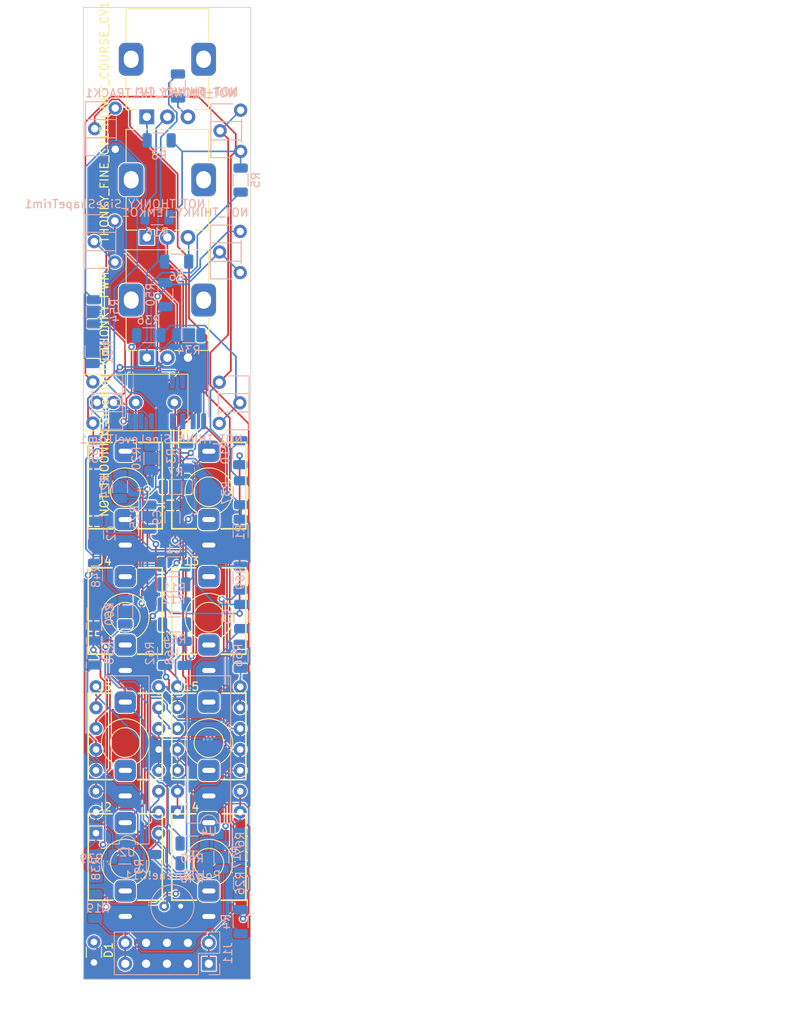
<source format=kicad_pcb>
(kicad_pcb (version 20221018) (generator pcbnew)
  (layers (0 "F.Cu" signal) (31 "B.Cu" signal) (34 "B.Paste" user) (35 "F.Paste" user) (36 "B.SilkS" user "B.Silkscreen") (37 "F.SilkS" user "F.Silkscreen") (38 "B.Mask" user) (39 "F.Mask" user) (44 "Edge.Cuts" user))
  (net 0 "")
  (net 1 "Net-(C1-Pad1)")
  (net 2 "Net-(C1-Pad2)")
  (net 3 "GND")
  (net 4 "Net-(C2-Pad2)")
  (net 5 "Net-(U2-VSSI)")
  (net 6 "Net-(U2-VHSI)")
  (net 7 "Net-(C9-Pad1)")
  (net 8 "Net-(U2-CAP)")
  (net 9 "Net-(D1-A)")
  (net 10 "Net-(J2-PadR)")
  (net 11 "-15V")
  (net 12 "+15V")
  (net 13 "Net-(J12-PadR)")
  (net 14 "Net-(J13-PadR)")
  (net 15 "Net-(J14-PadR)")
  (net 16 "Net-(J15-PadR)")
  (net 17 "Net-(R1-Pad2)")
  (net 18 "Net-(R3-Pad1)")
  (net 19 "Net-(U4A-+)")
  (net 20 "Net-(SW1-C)")
  (net 21 "Net-(R26-Pad1)")
  (net 22 "Net-(U2-VLFI)")
  (net 23 "Net-(U2-VFCI)")
  (net 24 "Net-(SW1-A)")
  (net 25 "Net-(SW1-B)")
  (net 26 "Net-(R36-Pad2)")
  (net 27 "Net-(J5-PadR)")
  (net 28 "Net-(U2-SCALE1)")
  (net 29 "Net-(U2-VEE)")
  (net 30 "Net-(U2-SCALE2)")
  (net 31 "Net-(U2-VPWM)")
  (net 32 "Net-(U2-VS)")
  (net 33 "Net-(U1A-+)")
  (net 34 "Net-(NOT+THINKY_CV1-Pad1)")
  (net 35 "Net-(NOT_THINKY_TEMKO1-Pad1)")
  (net 36 "Net-(U4B--)")
  (net 37 "Net-(NOT_THINK_SineLevelTrim1-Pad1)")
  (net 38 "Net-(U4C--)")
  (net 39 "Net-(U4D--)")
  (net 40 "Net-(U4A--)")
  (net 41 "Net-(U2-VHFT)")
  (net 45 "Net-(NOT_THONKY_HF_TRACK1-Pad2)")
  (net 46 "Net-(NOT_THONKY_SineShapeTrim1-Pad1)")
  (net 47 "Net-(NOT_THONKY_SineShapeTrim1-Pad2)")
  (net 48 "Net-(NOT_THOONKY_SineBiasTrim1-Pad2)")
  (net 49 "Net-(R2-Pad2)")
  (net 50 "Net-(R5-Pad1)")
  (net 51 "Net-(R6-Pad2)")
  (net 52 "Net-(R8-Pad1)")
  (net 53 "Net-(R16-Pad1)")
  (net 54 "Net-(R19-Pad1)")
  (net 55 "Net-(R20-Pad1)")
  (net 56 "Net-(U2-VP)")
  (net 57 "Net-(U2-VSO)")
  (net 58 "Net-(U2-VTO)")
  (footprint "AudioJacks:Jack_3.5mm_QingPu_WQP-PJ398SM_Vertical" (layer "F.Cu") (at 193.04 119.81)
    (fp_text reference "J15")
    (fp_text value "SQR OUT")
  )
  (footprint "AudioJacks:Jack_3.5mm_QingPu_WQP-PJ398SM_Vertical" (layer "F.Cu") (at 182.88 89.33)
    (fp_text reference "J1")
    (fp_text value "Sync INput")
  )
  (footprint "AudioJacks:Jack_3.5mm_QingPu_WQP-PJ398SM_Vertical" (layer "F.Cu") (at 182.88 119.81)
    (fp_text reference "J5")
    (fp_text value "PWM INput")
  )
  (footprint "Capacitor_THT:C_Disc_D3.0mm_W1.6mm_P2.50mm" (layer "F.Cu") (at 179.07 146.538 90)
    (fp_text reference "D1")
    (fp_text value "DIODE")
  )
  (footprint "AudioJacks:Jack_3.5mm_QingPu_WQP-PJ398SM_Vertical" (layer "F.Cu") (at 182.88 134.46)
    (fp_text reference "J2")
    (fp_text value "CV1")
  )
  (footprint "AudioJacks:Jack_3.5mm_QingPu_WQP-PJ398SM_Vertical" (layer "F.Cu") (at 193.04 89.33)
    (fp_text reference "J12")
    (fp_text value "TRI OUt")
  )
  (footprint "Potentiometer_THT:Potentiometer_Alps_RK09K_Single_Vertical" (layer "F.Cu") (at 185.5 58.42 90)
    (fp_text reference "THONKY_FINE_CV1")
    (fp_text value "100k Pot")
  )
  (footprint "AAA MY Parts:Dailywell mini DWB1 SPDT" (layer "F.Cu") (at 179.45 78.486)
    (fp_text reference "SW1" hide)
    (fp_text value "SW_SPDT" hide)
  )
  (footprint "AudioJacks:Jack_3.5mm_QingPu_WQP-PJ398SM_Vertical" (layer "F.Cu") (at 193.04 104.57)
    (fp_text reference "J13")
    (fp_text value "SIN OUT")
  )
  (footprint "AudioJacks:Jack_3.5mm_QingPu_WQP-PJ398SM_Vertical" (layer "F.Cu") (at 182.88 104.57)
    (fp_text reference "J4")
    (fp_text value "LinearFmINput")
  )
  (footprint "Potentiometer_THT:Potentiometer_Alps_RK09K_Single_Vertical" (layer "F.Cu") (at 185.5 43.775 90)
    (fp_text reference "THONKY_COURSE_CV1")
    (fp_text value "100k Pot")
  )
  (footprint "Potentiometer_THT:Potentiometer_Alps_RK09K_Single_Vertical" (layer "F.Cu") (at 185.505 73.04 90)
    (fp_text reference "THONKY_PWM1")
    (fp_text value "100k Pot")
  )
  (footprint "AudioJacks:Jack_3.5mm_QingPu_WQP-PJ398SM_Vertical" (layer "F.Cu") (at 193.04 134.46)
    (fp_text reference "J14")
    (fp_text value "SAW OUt")
  )
  (footprint "Resistor_SMD:R_1206_3216Metric" (layer "B.Cu") (at 191.008 134.493)
    (fp_text reference "R46")
    (fp_text value "1.8k")
  )
  (footprint "Capacitor_SMD:C_1206_3216Metric" (layer "B.Cu") (at 188.7728 98.1456 180)
    (fp_text reference "C1")
    (fp_text value "100nf")
  )
  (footprint "Potentiometer_THT:Potentiometer_ACP_CA6-H2,5_Horizontal" (layer "B.Cu") (at 178.943 80.986)
    (fp_text reference "NOT_THOONKY_SineBiasTrim1")
    (fp_text value "100k Pot")
  )
  (footprint "Resistor_SMD:R_1206_3216Metric" (layer "B.Cu") (at 179.1208 104.1908 90)
    (fp_text reference "R60")
    (fp_text value "47k")
  )
  (footprint "Potentiometer_THT:Potentiometer_ACP_CA6-H2,5_Horizontal" (layer "B.Cu") (at 181.665 42.712 180)
    (fp_text reference "NOT_THONKY_HF_TRACK1")
    (fp_text value "10k Pot")
  )
  (footprint "Resistor_SMD:R_1206_3216Metric" (layer "B.Cu") (at 196.9008 99.822 90)
    (fp_text reference "R69")
    (fp_text value "1k")
  )
  (footprint "Resistor_SMD:R_1206_3216Metric" (layer "B.Cu") (at 189.1284 61.3664)
    (fp_text reference "R6")
    (fp_text value "100k")
  )
  (footprint "Resistor_SMD:R_1206_3216Metric" (layer "B.Cu") (at 179.2224 84.4804 -90)
    (fp_text reference "R55")
    (fp_text value "470k" hide)
  )
  (footprint "Resistor_SMD:R_1206_3216Metric" (layer "B.Cu") (at 190.6016 70.3072)
    (fp_text reference "R34")
    (fp_text value "4.7k")
  )
  (footprint "Resistor_SMD:R_1206_3216Metric" (layer "B.Cu") (at 196.9008 141.5796 -90)
    (fp_text reference "R4")
    (fp_text value "100k")
  )
  (footprint "Resistor_SMD:R_1206_3216Metric" (layer "B.Cu") (at 179.1208 108.9152 90)
    (fp_text reference "R58")
    (fp_text value "2k")
  )
  (footprint "Resistor_SMD:R_1206_3216Metric" (layer "B.Cu") (at 188.8236 103.0224 180)
    (fp_text reference "R11")
    (fp_text value "1M")
  )
  (footprint "Resistor_SMD:R_1206_3216Metric" (layer "B.Cu") (at 185.8264 92.4052 -90)
    (fp_text reference "R25")
    (fp_text value "470")
  )
  (footprint "Resistor_SMD:R_1206_3216Metric" (layer "B.Cu") (at 179.2224 99.4664 -90)
    (fp_text reference "R48")
    (fp_text value "47k")
  )
  (footprint "Resistor_SMD:R_1206_3216Metric" (layer "B.Cu") (at 196.9516 89.4588 -90)
    (fp_text reference "R37")
    (fp_text value "1M")
  )
  (footprint "Resistor_SMD:R_1206_3216Metric" (layer "B.Cu") (at 186.7408 55.9816)
    (fp_text reference "R16")
    (fp_text value "100k")
  )
  (footprint "Package_DIP:DIP-14_W7.62mm" (layer "B.Cu") (at 189.23 128.27)
    (fp_text reference "U4")
    (fp_text value "LM324")
  )
  (footprint "Resistor_SMD:R_1206_3216Metric" (layer "B.Cu") (at 196.85 84.582 -90)
    (fp_text reference "R10")
    (fp_text value "1.5M")
  )
  (footprint "Resistor_SMD:R_1206_3216Metric" (layer "B.Cu") (at 186.055 85.2825 -90)
    (fp_text reference "R20")
    (fp_text value "100k" hide)
  )
  (footprint "Resistor_SMD:R_1206_3216Metric" (layer "B.Cu") (at 196.85 132.1816 90)
    (fp_text reference "R67")
    (fp_text value "1k")
  )
  (footprint "Package_SO:SOIC-16_3.9x9.9mm_P1.27mm" (layer "B.Cu") (at 187.96 78.297 -90)
    (fp_text reference "U1")
    (fp_text value "LM13700")
  )
  (footprint "Resistor_SMD:R_1206_3216Metric" (layer "B.Cu") (at 186.3852 134.874 -90)
    (fp_text reference "R9")
    (fp_text value "47k")
  )
  (footprint "Resistor_SMD:R_1206_3216Metric" (layer "B.Cu") (at 196.9516 136.906 90)
    (fp_text reference "R26")
    (fp_text value "100k")
  )
  (footprint "Resistor_SMD:R_1206_3216Metric" (layer "B.Cu") (at 188.8744 105.4608)
    (fp_text reference "R64")
    (fp_text value "100k")
  )
  (footprint "Resistor_SMD:R_1206_3216Metric" (layer "B.Cu") (at 179.2224 139.7 -90)
    (fp_text reference "R19")
    (fp_text value "1M")
  )
  (footprint "Resistor_SMD:R_1206_3216Metric" (layer "B.Cu") (at 190.2968 84.9884 -90)
    (fp_text reference "R3")
    (fp_text value "1k")
  )
  (footprint "Potentiometer_THT:Potentiometer_ACP_CA6-H2,5_Horizontal" (layer "B.Cu") (at 194.31 81.026)
    (fp_text reference "NOT_THINK_SineLevelTrim1")
    (fp_text value "1M Pot")
  )
  (footprint "Resistor_SMD:R_1206_3216Metric" (layer "B.Cu") (at 179.07 67.4731 -90)
    (fp_text reference "R54")
    (fp_text value "20k" hide)
  )
  (footprint "Resistor_SMD:R_1206_3216Metric" (layer "B.Cu") (at 188.976 88.7476 180)
    (fp_text reference "R7")
    (fp_text value "470")
  )
  (footprint "Resistor_SMD:R_1206_3216Metric" (layer "B.Cu") (at 189.2808 40.0304 -90)
    (fp_text reference "R2")
    (fp_text value "10k")
  )
  (footprint "Resistor_SMD:R_1206_3216Metric" (layer "B.Cu") (at 186.9948 46.6344)
    (fp_text reference "R8")
    (fp_text value "47k")
  )
  (footprint "Potentiometer_THT:Potentiometer_ACP_CA6-H2,5_Horizontal" (layer "B.Cu") (at 181.61 56.428 180)
    (fp_text reference "NOT_THONKY_SineShapeTrim1")
    (fp_text value "100k Pot")
  )
  (footprint "Resistor_SMD:R_1206_3216Metric" (layer "B.Cu") (at 182.245 88.7075 -90)
    (fp_text reference "R24")
    (fp_text value "100k")
  )
  (footprint "Capacitor_SMD:C_1206_3216Metric" (layer "B.Cu") (at 179.324 94.3864 90)
    (fp_text reference "C2")
    (fp_text value "10nf")
  )
  (footprint "Resistor_SMD:R_1206_3216Metric" (layer "B.Cu") (at 194.564 133.731 90)
    (fp_text reference "R17")
    (fp_text value "1M")
  )
  (footprint "Resistor_SMD:R_1206_3216Metric" (layer "B.Cu") (at 188.7728 100.584)
    (fp_text reference "R12")
    (fp_text value "470")
  )
  (footprint "Connector_PinHeader_2.54mm:PinHeader_2x05_P2.54mm_Vertical" (layer "B.Cu") (at 193.035 146.685 90)
    (fp_text reference "J11")
    (fp_text value "Conn_02x05_Odd_Even")
  )
  (footprint "Capacitor_SMD:C_1206_3216Metric" (layer "B.Cu") (at 182.88 103.9132 -90)
    (fp_text reference "C7")
    (fp_text value "1nf")
  )
  (footprint "Resistor_SMD:R_1206_3216Metric" (layer "B.Cu") (at 178.9176 72.2884 -90)
    (fp_text reference "R51")
    (fp_text value "1k")
  )
  (footprint "Resistor_SMD:R_1206_3216Metric" (layer "B.Cu") (at 185.7248 70.3072 180)
    (fp_text reference "R36")
    (fp_text value "100k")
  )
  (footprint "Package_DIP:DIP-16_W7.62mm" (layer "B.Cu") (at 179.324 130.81)
    (fp_text reference "U2")
    (fp_text value "AS3340")
  )
  (footprint "Resistor_SMD:R_1206_3216Metric" (layer "B.Cu") (at 191.008 132.08)
    (fp_text reference "R40")
    (fp_text value "47k")
  )
  (footprint "Resistor_SMD:R_1206_3216Metric" (layer "B.Cu") (at 196.9008 51.4604 90)
    (fp_text reference "R5")
    (fp_text value "20K")
  )
  (footprint "Potentiometer_THT:Potentiometer_ACP_CA6-H2,5_Horizontal" (layer "B.Cu") (at 196.905 42.966 180)
    (fp_text reference "NOT+THINKY_CV1")
    (fp_text value "100k TrimPot")
  )
  (footprint "Resistor_SMD:R_1206_3216Metric" (layer "B.Cu") (at 182.8292 133.6548 180)
    (fp_text reference "R39")
    (fp_text value "5.6k")
  )
  (footprint "Resistor_SMD:R_1206_3216Metric" (layer "B.Cu") (at 190.0936 108.966 -90)
    (fp_text reference "R68")
    (fp_text value "1k")
  )
  (footprint "Resistor_SMD:R_1206_3216Metric" (layer "B.Cu") (at 179.324 134.8232 -90)
    (fp_text reference "R38")
    (fp_text value "24k")
  )
  (footprint "Capacitor_SMD:C_1206_3216Metric" (layer "B.Cu") (at 188.6204 92.456 -90)
    (fp_text reference "C9")
    (fp_text value "10nf")
  )
  (footprint "Resistor_SMD:R_1206_3216Metric" (layer "B.Cu") (at 187.706 108.966 -90)
    (fp_text reference "R62")
    (fp_text value "100k")
  )
  (footprint "Potentiometer_THT:Potentiometer_ACP_CA6-H2,5_Horizontal" (layer "B.Cu") (at 196.85 57.698 180)
    (fp_text reference "NOT_THINKY_TEMKO1")
    (fp_text value "10k Pot")
  )
  (footprint "Capacitor_SMD:C_1206_3216Metric" (layer "B.Cu") (at 197.0024 104.4956 -90)
    (fp_text reference "C3")
    (fp_text value "1nf")
  )
  (footprint "Resistor_SMD:R_1206_3216Metric" (layer "B.Cu") (at 196.9008 109.3216 90)
    (fp_text reference "R66")
    (fp_text value "1k")
  )
  (footprint "Resistor_SMD:R_1206_3216Metric" (layer "B.Cu") (at 196.9008 94.1324 90)
    (fp_text reference "R1")
    (fp_text value "130k")
  )
  (footprint "Resistor_SMD:R_1206_3216Metric" (layer "B.Cu") (at 187.7568 65.3796 -90)
    (fp_text reference "R50")
    (fp_text value "910")
  )
  (footprint "Capacitor_THT:C_Radial_D5.0mm_H5.0mm_P2.00mm" (layer "B.Cu") (at 189.611 139.7 180)
    (fp_text reference "PolyStirene!C11")
    (fp_text value "1nf")
  )
  (gr_line (start 177.8 30.48) (end 177.8 148.59) (stroke (width 0.1)) (layer "Edge.Cuts"))
  (gr_line (start 198.12 30.48) (end 198.12 148.59) (stroke (width 0.1)) (layer "Edge.Cuts"))
  (gr_line (start 198.12 30.48) (end 177.8 30.48) (stroke (width 0.1)) (layer "Edge.Cuts"))
  (gr_line (start 198.12 148.59) (end 177.8 148.59) (stroke (width 0.1)) (layer "Edge.Cuts"))
  (segment (start 189.4374 102.1737) (end 190.2861 103.0224) (width 0.2) (layer "B.Cu") (net 1))
  (segment (start 189.4374 98.956) (end 189.4374 102.1737) (width 0.2) (layer "B.Cu") (net 1))
  (segment (start 190.2478 98.1456) (end 189.4374 98.956) (width 0.2) (layer "B.Cu") (net 1))
  (segment (start 187.2978 98.1456) (end 184.3844 98.1456) (width 0.2) (layer "B.Cu") (net 2))
  (segment (start 184.3844 98.1456) (end 182.88 99.65) (width 0.2) (layer "B.Cu") (net 2))
  (segment (start 183.6258 59.765) (end 183.6258 56.0415) (width 0.2) (layer "F.Cu") (net 3))
  (segment (start 182.88 126.29) (end 182.88 124.9127) (width 0.2) (layer "F.Cu") (net 3))
  (segment (start 193.04 109.6727) (end 192.1792 109.6727) (width 0.2) (layer "F.Cu") (net 3))
  (segment (start 181.665 54.0807) (end 181.665 47.712) (width 0.2) (layer "F.Cu") (net 3))
  (segment (start 187.955 146.685) (end 186.4923 146.685) (width 0.2) (layer "F.Cu") (net 3))
  (segment (start 191.5101 109.0036) (end 191.5101 98.5959) (width 0.2) (layer "F.Cu") (net 3))
  (segment (start 189.5877 72.1227) (end 189.5877 65.7269) (width 0.2) (layer "F.Cu") (net 3))
  (segment (start 191.5101 98.5959) (end 192.9187 97.1873) (width 0.2) (layer "F.Cu") (net 3))
  (segment (start 184.4165 113.8425) (end 183.0013 112.4273) (width 0.2) (layer "F.Cu") (net 3))
  (segment (start 182.88 124.9127) (end 183.7408 124.9127) (width 0.2) (layer "F.Cu") (net 3))
  (segment (start 185.415 146.685) (end 186.4923 146.685) (width 0.2) (layer "F.Cu") (net 3))
  (segment (start 184.4165 124.237) (end 184.4165 113.8425) (width 0.2) (layer "F.Cu") (net 3))
  (segment (start 187.955 144.145) (end 187.955 146.685) (width 0.2) (layer "F.Cu") (net 3))
  (segment (start 190.495 144.145) (end 190.495 146.685) (width 0.2) (layer "F.Cu") (net 3))
  (segment (start 183.6258 56.0415) (end 181.665 54.0807) (width 0.2) (layer "F.Cu") (net 3))
  (segment (start 189.5877 65.7269) (end 183.6258 59.765) (width 0.2) (layer "F.Cu") (net 3))
  (segment (start 193.04 95.81) (end 193.04 97.1873) (width 0.2) (layer "F.Cu") (net 3))
  (segment (start 192.9187 97.1873) (end 193.04 97.1873) (width 0.2) (layer "F.Cu") (net 3))
  (segment (start 182.88 111.05) (end 182.88 112.4273) (width 0.2) (layer "F.Cu") (net 3))
  (segment (start 183.7408 124.9127) (end 184.4165 124.237) (width 0.2) (layer "F.Cu") (net 3))
  (segment (start 192.1792 109.6727) (end 191.5101 109.0036) (width 0.2) (layer "F.Cu") (net 3))
  (segment (start 183.0013 112.4273) (end 182.88 112.4273) (width 0.2) (layer "F.Cu") (net 3))
  (segment (start 190.505 73.04) (end 189.5877 72.1227) (width 0.2) (layer "F.Cu") (net 3))
  (segment (start 193.04 111.05) (end 193.04 109.6727) (width 0.2) (layer "F.Cu") (net 3))
  (segment (start 180.5056 64.1506) (end 180.5056 69.2379) (width 0.2) (layer "B.Cu") (net 3))
  (segment (start 182.88 126.29) (end 182.88 127.6673) (width 0.2) (layer "B.Cu") (net 3))
  (segment (start 185.0906 135.0419) (end 185.0906 131.3365) (width 0.2) (layer "B.Cu") (net 3))
  (segment (start 188.6864 93.931) (end 188.6864 93.5984) (width 0.2) (layer "B.Cu") (net 3))
  (segment (start 184.3377 146.685) (end 184.3377 146.5503) (width 0.2) (layer "B.Cu") (net 3))
  (segment (start 197.1535 121.92) (end 197.8826 122.6491) (width 0.2) (layer "B.Cu") (net 3))
  (segment (start 189.8972 137.1951) (end 192.4705 134.6218) (width 0.2) (layer "B.Cu") (net 3))
  (segment (start 188.8222 119.5862) (end 191.9995 119.5862) (width 0.2) (layer "B.Cu") (net 3))
  (segment (start 190.495 144.145) (end 190.495 143.8337) (width 0.2) (layer "B.Cu") (net 3))
  (segment (start 185.415 141.6977) (end 184.6573 140.94) (width 0.2) (layer "B.Cu") (net 3))
  (segment (start 186.055 75.822) (end 184.785 75.822) (width 0.2) (layer "B.Cu") (net 3))
  (segment (start 190.5654 95.81) (end 188.6864 93.931) (width 0.2) (layer "B.Cu") (net 3))
  (segment (start 196.9436 116.7034) (end 192.2617 116.7034) (width 0.2) (layer "B.Cu") (net 3))
  (segment (start 179.324 95.8614) (end 181.0513 95.8614) (width 0.2) (layer "B.Cu") (net 3))
  (segment (start 190.8407 87.5352) (end 189.7149 87.5352) (width 0.2) (layer "B.Cu") (net 3))
  (segment (start 187.9713 120.65) (end 187.9713 120.4371) (width 0.2) (layer "B.Cu") (net 3))
  (segment (start 192.2617 116.7034) (end 191.4818 115.9235) (width 0.2) (layer "B.Cu") (net 3))
  (segment (start 187.325 85.1453) (end 187.325 80.772) (width 0.2) (layer "B.Cu") (net 3))
  (segment (start 182.88 140.94) (end 184.6573 140.94) (width 0.2) (layer "B.Cu") (net 3))
  (segment (start 193.04 140.94) (end 191.2627 140.94) (width 0.2) (layer "B.Cu") (net 3))
  (segment (start 187.325 80.772) (end 187.325 77.025) (width 0.2) (layer "B.Cu") (net 3))
  (segment (start 187.325 77.025) (end 187.325 75.822) (width 0.2) (layer "B.Cu") (net 3))
  (segment (start 184.018 101.8781) (end 184.018 102.9554) (width 0.2) (layer "B.Cu") (net 3))
  (segment (start 187.7398 114.0884) (end 188.1205 114.4691) (width 0.2) (layer "B.Cu") (net 3))
  (segment (start 197.8826 122.6491) (end 197.8826 123.6344) (width 0.2) (layer "B.Cu") (net 3))
  (segment (start 184.054 127.6673) (end 182.88 127.6673) (width 0.2) (layer "B.Cu") (net 3))
  (segment (start 191.9995 119.5862) (end 194.3333 121.92) (width 0.2) (layer "B.Cu") (net 3))
  (segment (start 185.415 144.145) (end 185.415 141.6977) (width 0.2) (layer "B.Cu") (net 3))
  (segment (start 182.6765 61.9797) (end 180.5056 64.1506) (width 0.2) (layer "B.Cu") (net 3))
  (segment (start 189.6383 137.1951) (end 189.8972 137.1951) (width 0.2) (layer "B.Cu") (net 3))
  (segment (start 185.0906 131.3365) (end 184.7633 131.0092) (width 0.2) (layer "B.Cu") (net 3))
  (segment (start 184.3377 146.5503) (end 183.3661 145.5787) (width 0.2) (layer "B.Cu") (net 3))
  (segment (start 192.405 75.822) (end 191.135 75.822) (width 0.2) (layer "B.Cu") (net 3))
  (segment (start 190.495 141.7077) (end 191.0569 141.1458) (width 0.2) (layer "B.Cu") (net 3))
  (segment (start 191.0569 141.1458) (end 191.2627 140.94) (width 0.2) (layer "B.Cu") (net 3))
  (segment (start 182.1799 101.4869) (end 183.6268 101.4869) (width 0.2) (layer "B.Cu") (net 3))
  (segment (start 190.495 143.8337) (end 190.495 141.7077) (width 0.2) (layer "B.Cu") (net 3))
  (segment (start 184.018 102.9554) (end 183.7187 103.2547) (width 0.2) (layer "B.Cu") (net 3))
  (segment (start 193.04 111.05) (end 193.04 112.4273) (width 0.2) (layer "B.Cu") (net 3))
  (segment (start 182.88 111.05) (end 184.6573 111.05) (width 0.2) (layer "B.Cu") (net 3))
  (segment (start 184.6573 110.5522) (end 187.706 107.5035) (width 0.2) (layer "B.Cu") (net 3))
  (segment (start 197.8826 121.1909) (end 197.8826 117.6424) (width 0.2) (layer "B.Cu") (net 3))
  (segment (start 197.8826 123.6344) (end 197.057 124.46) (width 0.2) (layer "B.Cu") (net 3))
  (segment (start 188.6864 93.5984) (end 191.2378 91.047) (width 0.2) (layer "B.Cu") (net 3))
  (segment (start 187.706 107.5035) (end 183.7187 103.5162) (width 0.2) (layer "B.Cu") (net 3))
  (segment (start 186.3852 136.3365) (end 187.2438 137.1951) (width 0.2) (layer "B.Cu") (net 3))
  (segment (start 183.7187 103.2547) (end 179.7488 103.2547) (width 0.2) (layer "B.Cu") (net 3))
  (segment (start 184.6573 112.1962) (end 186.5495 114.0884) (width 0.2) (layer "B.Cu") (net 3))
  (segment (start 182.6765 54.8009) (end 182.6765 61.9797) (width 0.2) (layer "B.Cu") (net 3))
  (segment (start 191.0569 141.1458) (end 189.611 139.7) (width 0.2) (layer "B.Cu") (net 3))
  (segment (start 187.2438 137.1951) (end 189.6383 137.1951) (width 0.2) (layer "B.Cu") (net 3))
  (segment (start 184.6573 111.05) (end 184.6573 110.5522) (width 0.2) (layer "B.Cu") (net 3))
  (segment (start 187.325 75.822) (end 186.055 75.822) (width 0.2) (layer "B.Cu") (net 3))
  (segment (start 185.415 146.685) (end 184.3377 146.685) (width 0.2) (layer "B.Cu") (net 3))
  (segment (start 196.6857 95.81) (end 193.04 95.81) (width 0.2) (layer "B.Cu") (net 3))
  (segment (start 190.505 75.192) (end 191.135 75.822) (width 0.2) (layer "B.Cu") (net 3))
  (segment (start 189.611 139.7) (end 189.6383 139.6727) (width 0.2) (layer "B.Cu") (net 3))
  (segment (start 180.5056 69.2379) (end 178.9176 70.8259) (width 0.2) (layer "B.Cu") (net 3))
  (segment (start 188.1205 114.4691) (end 191.4818 114.4691) (width 0.2) (layer "B.Cu") (net 3))
  (segment (start 185.415 144.145) (end 187.955 144.145) (width 0.2) (layer "B.Cu") (net 3))
  (segment (start 187.955 144.145) (end 189.0323 144.145) (width 0.2) (layer "B.Cu") (net 3))
  (segment (start 193.04 95.81) (end 191.2627 95.81) (width 0.2) (layer "B.Cu") (net 3))
  (segment (start 181.0513 95.8614) (end 181.0513 100.3583) (width 0.2) (layer "B.Cu") (net 3))
  (segment (start 194.87 124.46) (end 193.04 126.29) (width 0.2) (layer "B.Cu") (net 3))
  (segment (start 179.7488 103.2547) (end 179.2224 102.7283) (width 0.2) (layer "B.Cu") (net 3))
  (segment (start 196.9008 95.5949) (end 196.6857 95.81) (width 0.2) (layer "B.Cu") (net 3))
  (segment (start 197.1535 121.92) (end 197.8826 121.1909) (width 0.2) (layer "B.Cu") (net 3))
  (segment (start 184.7633 128.3766) (end 184.054 127.6673) (width 0.2) (layer "B.Cu") (net 3))
  (segment (start 179.2224 102.7283) (end 179.2224 100.9289) (width 0.2) (layer "B.Cu") (net 3))
  (segment (start 190.1946 77.025) (end 187.325 77.025) (width 0.2) (layer "B.Cu") (net 3))
  (segment (start 197.057 124.46) (end 194.87 124.46) (width 0.2) (layer "B.Cu") (net 3))
  (segment (start 183.7187 103.5162) (end 183.7187 103.2547) (width 0.2) (layer "B.Cu") (net 3))
  (segment (start 191.4818 113.8398) (end 192.8943 112.4273) (width 0.2) (layer "B.Cu") (net 3))
  (segment (start 189.6383 139.6727) (end 189.6383 137.1951) (width 0.2) (layer "B.Cu") (net 3))
  (segment (start 189.3436 143.8337) (end 189.0323 144.145) (width 0.2) (layer "B.Cu") (net 3))
  (segment (start 184.7633 131.0092) (end 184.7633 128.3766) (width 0.2) (layer "B.Cu") (net 3))
  (segment (start 183.6268 101.4869) (end 184.018 101.8781) (width 0.2) (layer "B.Cu") (net 3))
  (segment (start 181.665 53.7894) (end 182.6765 54.8009) (width 0.2) (layer "B.Cu") (net 3))
  (segment (start 190.495 143.8337) (end 189.3436 143.8337) (width 0.2) (layer "B.Cu") (net 3))
  (segment (start 190.505 73.04) (end 190.505 75.192) (width 0.2) (layer "B.Cu") (net 3))
  (segment (start 182.88 95.81) (end 181.1027 95.81) (width 0.2) (layer "B.Cu") (net 3))
  (segment (start 181.0513 100.3583) (end 182.1799 101.4869) (width 0.2) (layer "B.Cu") (net 3))
  (segment (start 186.5495 114.0884) (end 187.7398 114.0884) (width 0.2) (layer "B.Cu") (net 3))
  (segment (start 188.6864 93.931) (end 188.6204 93.931) (width 0.2) (layer "B.Cu") (net 3))
  (segment (start 189.7149 87.5352) (end 187.325 85.1453) (width 0.2) (layer "B.Cu") (net 3))
  (segment (start 184.6573 111.05) (end 184.6573 112.1962) (width 0.2) (layer "B.Cu") (net 3))
  (segment (start 181.0513 95.8614) (end 181.1027 95.81) (width 0.2) (layer "B.Cu") (net 3))
  (segment (start 191.4818 115.9235) (end 191.4818 114.4691) (width 0.2) (layer "B.Cu") (net 3))
  (segment (start 192.8943 112.4273) (end 193.04 112.4273) (width 0.2) (layer "B.Cu") (net 3))
  (segment (start 186.3852 136.3365) (end 185.0906 135.0419) (width 0.2) (layer "B.Cu") (net 3))
  (segment (start 192.4705 134.6218) (end 192.4705 134.493) (width 0.2) (layer "B.Cu") (net 3))
  (segment (start 186.944 120.65) (end 187.9713 120.65) (width 0.2) (layer "B.Cu") (net 3))
  (segment (start 191.2627 95.81) (end 190.5654 95.81) (width 0.2) (layer "B.Cu") (net 3))
  (segment (start 183.3661 145.5787) (end 180.0293 145.5787) (width 0.2) (layer "B.Cu") (net 3))
  (segment (start 180.0293 145.5787) (end 179.07 146.538) (width 0.2) (layer "B.Cu") (net 3))
  (segment (start 191.135 75.822) (end 191.135 76.0846) (width 0.2) (layer "B.Cu") (net 3))
  (segment (start 191.4818 114.4691) (end 191.4818 113.8398) (width 0.2) (layer "B.Cu") (net 3))
  (segment (start 194.3333 121.92) (end 197.1535 121.92) (width 0.2) (layer "B.Cu") (net 3))
  (segment (start 181.665 47.712) (end 181.665 53.7894) (width 0.2) (layer "B.Cu") (net 3))
  (segment (start 197.8826 117.6424) (end 196.9436 116.7034) (width 0.2) (layer "B.Cu") (net 3))
  (segment (start 187.9713 120.4371) (end 188.8222 119.5862) (width 0.2) (layer "B.Cu") (net 3))
  (segment (start 179.2224 102.7283) (end 179.1208 102.7283) (width 0.2) (layer "B.Cu") (net 3))
  (segment (start 191.2378 91.047) (end 191.2378 87.9323) (width 0.2) (layer "B.Cu") (net 3))
  (segment (start 191.2378 87.9323) (end 190.8407 87.5352) (width 0.2) (layer "B.Cu") (net 3))
  (segment (start 191.135 76.0846) (end 190.1946 77.025) (width 0.2) (layer "B.Cu") (net 3))
  (segment (start 179.324 92.9114) (end 180.7672 94.3546) (width 0.2) (layer "B.Cu") (net 4))
  (segment (start 190.1436 96.3889) (end 191.0676 97.3129) (width 0.2) (layer "B.Cu") (net 4))
  (segment (start 186.0564 96.3889) (end 190.1436 96.3889) (width 0.2) (layer "B.Cu") (net 4))
  (segment (start 180.7672 94.3546) (end 184.0221 94.3546) (width 0.2) (layer "B.Cu") (net 4))
  (segment (start 191.0676 99.7517) (end 190.2353 100.584) (width 0.2) (layer "B.Cu") (net 4))
  (segment (start 184.0221 94.3546) (end 186.0564 96.3889) (width 0.2) (layer "B.Cu") (net 4))
  (segment (start 191.0676 97.3129) (end 191.0676 99.7517) (width 0.2) (layer "B.Cu") (net 4))
  (segment (start 191.197 112.5226) (end 191.197 110.5386) (width 0.2) (layer "B.Cu") (net 5))
  (segment (start 195.2759 108.2511) (end 195.2759 107.6971) (width 0.2) (layer "B.Cu") (net 5))
  (segment (start 186.944 113.03) (end 187.9713 113.03) (width 0.2) (layer "B.Cu") (net 5))
  (segment (start 187.9713 113.03) (end 187.9713 113.3031) (width 0.2) (layer "B.Cu") (net 5))
  (segment (start 193.8544 109.6726) (end 195.2759 108.2511) (width 0.2) (layer "B.Cu") (net 5))
  (segment (start 191.197 110.5386) (end 192.063 109.6726) (width 0.2) (layer "B.Cu") (net 5))
  (segment (start 195.2759 107.6971) (end 197.0024 105.9706) (width 0.2) (layer "B.Cu") (net 5))
  (segment (start 188.7538 114.0856) (end 189.634 114.0856) (width 0.2) (layer "B.Cu") (net 5))
  (segment (start 192.063 109.6726) (end 193.8544 109.6726) (width 0.2) (layer "B.Cu") (net 5))
  (segment (start 189.634 114.0856) (end 191.197 112.5226) (width 0.2) (layer "B.Cu") (net 5))
  (segment (start 187.9713 113.3031) (end 188.7538 114.0856) (width 0.2) (layer "B.Cu") (net 5))
  (segment (start 180.448 108.2085) (end 180.4843 108.1722) (width 0.2) (layer "F.Cu") (net 6))
  (segment (start 180.6788 112.2094) (end 180.448 111.9786) (width 0.2) (layer "F.Cu") (net 6))
  (segment (start 179.324 118.11) (end 179.324 117.0827) (width 0.2) (layer "F.Cu") (net 6))
  (segment (start 179.324 117.0827) (end 180.6788 115.7279) (width 0.2) (layer "F.Cu") (net 6))
  (segment (start 180.6788 115.7279) (end 180.6788 112.2094) (width 0.2) (layer "F.Cu") (net 6))
  (segment (start 180.448 111.9786) (end 180.448 108.2085) (width 0.2) (layer "F.Cu") (net 6))
  (via (at 180.4843 108.1722) (size 0.8) (drill 0.4) (layers "F.Cu" "B.Cu") (net 6))
  (segment (start 180.4843 107.7839) (end 182.88 105.3882) (width 0.2) (layer "B.Cu") (net 6))
  (segment (start 180.4843 108.1722) (end 180.4843 107.7839) (width 0.2) (layer "B.Cu") (net 6))
  (segment (start 188.6204 90.9427) (end 190.4385 89.1246) (width 0.2) (layer "B.Cu") (net 7))
  (segment (start 188.6204 90.981) (end 188.6204 90.9427) (width 0.2) (layer "B.Cu") (net 7))
  (segment (start 190.4385 89.1246) (end 190.4385 88.7476) (width 0.2) (layer "B.Cu") (net 7))
  (segment (start 188.6204 90.9427) (end 185.8264 90.9427) (width 0.2) (layer "B.Cu") (net 7))
  (segment (start 187.9754 139.3356) (end 187.9754 120.1687) (width 0.2) (layer "F.Cu") (net 8))
  (segment (start 186.944 118.11) (end 186.944 119.1373) (width 0.2) (layer "F.Cu") (net 8))
  (segment (start 187.9754 120.1687) (end 186.944 119.1373) (width 0.2) (layer "F.Cu") (net 8))
  (segment (start 187.611 139.7) (end 187.9754 139.3356) (width 0.2) (layer "F.Cu") (net 8))
  (segment (start 184.145 143.875) (end 186.8213 141.1987) (width 0.2) (layer "F.Cu") (net 9))
  (segment (start 184.145 146.9799) (end 184.145 143.875) (width 0.2) (layer "F.Cu") (net 9))
  (segment (start 179.07 144.4222) (end 182.4276 147.7798) (width 0.2) (layer "F.Cu") (net 9))
  (segment (start 188.611 139.8877) (end 188.611 139.5043) (width 0.2) (layer "F.Cu") (net 9))
  (segment (start 195.7099 129.678) (end 195.4652 129.4333) (width 0.2) (layer "F.Cu") (net 9))
  (segment (start 195.4652 129.4333) (end 195.4652 120.5221) (width 0.2) (layer "F.Cu") (net 9))
  (segment (start 188.611 139.5043) (end 195.7099 132.4054) (width 0.2) (layer "F.Cu") (net 9))
  (segment (start 187.3 141.1987) (end 188.611 139.8877) (width 0.2) (layer "F.Cu") (net 9))
  (segment (start 195.4652 120.5221) (end 196.85 119.1373) (width 0.2) (layer "F.Cu") (net 9))
  (segment (start 186.8213 141.1987) (end 187.3 141.1987) (width 0.2) (layer "F.Cu") (net 9))
  (segment (start 183.3451 147.7798) (end 184.145 146.9799) (width 0.2) (layer "F.Cu") (net 9))
  (segment (start 196.85 118.11) (end 196.85 119.1373) (width 0.2) (layer "F.Cu") (net 9))
  (segment (start 182.4276 147.7798) (end 183.3451 147.7798) (width 0.2) (layer "F.Cu") (net 9))
  (segment (start 179.07 144.038) (end 179.07 144.4222) (width 0.2) (layer "F.Cu") (net 9))
  (segment (start 195.7099 132.4054) (end 195.7099 129.678) (width 0.2) (layer "F.Cu") (net 9))
  (segment (start 187.2426 114.4158) (end 186.0226 114.4158) (width 0.2) (layer "B.Cu") (net 9))
  (segment (start 186.0226 114.4158) (end 184.043 112.4362) (width 0.2) (layer "B.Cu") (net 9))
  (segment (start 187.9713 115.1445) (end 187.2426 114.4158) (width 0.2) (layer "B.Cu") (net 9))
  (segment (start 181.8496 112.4362) (end 180.7792 111.3658) (width 0.2) (layer "B.Cu") (net 9))
  (segment (start 184.043 112.4362) (end 181.8496 112.4362) (width 0.2) (layer "B.Cu") (net 9))
  (segment (start 189.2639 117.0827) (end 187.9713 115.7901) (width 0.2) (layer "B.Cu") (net 9))
  (segment (start 179.1208 107.4527) (end 179.1208 105.6533) (width 0.2) (layer "B.Cu") (net 9))
  (segment (start 180.7792 109.354) (end 179.1208 107.6956) (width 0.2) (layer "B.Cu") (net 9))
  (segment (start 194.7954 117.0827) (end 189.2639 117.0827) (width 0.2) (layer "B.Cu") (net 9))
  (segment (start 196.85 118.11) (end 195.8227 118.11) (width 0.2) (layer "B.Cu") (net 9))
  (segment (start 187.9713 115.7901) (end 187.9713 115.1445) (width 0.2) (layer "B.Cu") (net 9))
  (segment (start 180.7792 111.3658) (end 180.7792 109.354) (width 0.2) (layer "B.Cu") (net 9))
  (segment (start 179.1208 107.6956) (end 179.1208 107.4527) (width 0.2) (layer "B.Cu") (net 9))
  (segment (start 195.8227 118.11) (end 194.7954 117.0827) (width 0.2) (layer "B.Cu") (net 9))
  (segment (start 185.2621 103.7101) (end 185.5727 103.3995) (width 0.2) (layer "F.Cu") (net 10))
  (segment (start 185.5727 103.3995) (end 185.5727 89.0168) (width 0.2) (layer "F.Cu") (net 10))
  (segment (start 182.88 129.54) (end 185.2621 127.1579) (width 0.2) (layer "F.Cu") (net 10))
  (segment (start 185.2621 127.1579) (end 185.2621 103.7101) (width 0.2) (layer "F.Cu") (net 10))
  (via (at 185.5727 89.0168) (size 0.8) (drill 0.4) (layers "F.Cu" "B.Cu") (net 10))
  (segment (start 182.245 87.245) (end 184.0168 89.0168) (width 0.2) (layer "B.Cu") (net 10))
  (segment (start 184.0168 89.0168) (end 185.5727 89.0168) (width 0.2) (layer "B.Cu") (net 10))
  (segment (start 196.0373 129.5426) (end 195.7926 129.2979) (width 0.2) (layer "F.Cu") (net 11))
  (segment (start 182.2258 74.2048) (end 179.1405 77.2901) (width 0.2) (layer "F.Cu") (net 11))
  (segment (start 178.356 80.399) (end 178.943 80.986) (width 0.2) (layer "F.Cu") (net 11))
  (segment (start 179.0444 77.2901) (end 178.356 77.9785) (width 0.2) (layer "F.Cu") (net 11))
  (segment (start 193.035 144.145) (end 193.035 143.0677) (width 0.2) (layer "F.Cu") (net 11))
  (segment (start 178.356 77.9785) (end 178.356 80.399) (width 0.2) (layer "F.Cu") (net 11))
  (segment (start 196.85 120.65) (end 196.85 121.6773) (width 0.2) (layer "F.Cu") (net 11))
  (segment (start 193.035 143.0677) (end 193.3043 143.0677) (width 0.2) (layer "F.Cu") (net 11))
  (segment (start 195.7926 129.2979) (end 195.7926 122.7347) (width 0.2) (layer "F.Cu") (net 11))
  (segment (start 193.3043 143.0677) (end 196.0373 140.3347) (width 0.2) (layer "F.Cu") (net 11))
  (segment (start 178.999 81.042) (end 178.999 108.5456) (width 0.2) (layer "F.Cu") (net 11))
  (segment (start 195.7926 122.7347) (end 196.85 121.6773) (width 0.2) (layer "F.Cu") (net 11))
  (segment (start 179.1405 77.2901) (end 179.0444 77.2901) (width 0.2) (layer "F.Cu") (net 11))
  (segment (start 178.943 80.986) (end 178.999 81.042) (width 0.2) (layer "F.Cu") (net 11))
  (segment (start 193.035 146.685) (end 193.035 144.145) (width 0.2) (layer "F.Cu") (net 11))
  (segment (start 196.0373 140.3347) (end 196.0373 129.5426) (width 0.2) (layer "F.Cu") (net 11))
  (via (at 182.2258 74.2048) (size 0.8) (drill 0.4) (layers "F.Cu" "B.Cu") (net 11))
  (via (at 178.999 108.5456) (size 0.8) (drill 0.4) (layers "F.Cu" "B.Cu") (net 11))
  (segment (start 186.3748 68.2241) (end 187.7568 66.8421) (width 0.2) (layer "B.Cu") (net 11))
  (segment (start 180.4518 109.9984) (end 178.999 108.5456) (width 0.2) (layer "B.Cu") (net 11))
  (segment (start 186.6599 71.8443) (end 186.3748 71.5592) (width 0.2) (layer "B.Cu") (net 11))
  (segment (start 188.9017 74.619) (end 187.2555 74.619) (width 0.2) (layer "B.Cu") (net 11))
  (segment (start 182.0894 113.1413) (end 180.4518 111.5037) (width 0.2) (layer "B.Cu") (net 11))
  (segment (start 184.3561 72.0089) (end 185.505 70.86) (width 0.2) (layer "B.Cu") (net 11))
  (segment (start 189.1429 43.2572) (end 188.1722 42.2865) (width 0.2) (layer "B.Cu") (net 11))
  (segment (start 186.5159 74.1674) (end 186.6599 74.0234) (width 0.2) (layer "B.Cu") (net 11))
  (segment (start 186.8612 61.3664) (end 186.8612 54.7578) (width 0.2) (layer "B.Cu") (net 11))
  (segment (start 184.3561 74.1674) (end 182.2632 74.1674) (width 0.2) (layer "B.Cu") (net 11))
  (segment (start 186.8612 61.3664) (end 187.6659 61.3664) (width 0.2) (layer "B.Cu") (net 11))
  (segment (start 186.3748 71.5592) (end 186.3748 68.2241) (width 0.2) (layer "B.Cu") (net 11))
  (segment (start 187.2555 74.619) (end 186.6599 74.0234) (width 0.2) (layer "B.Cu") (net 11))
  (segment (start 188.1722 42.2865) (end 188.1722 39.6765) (width 0.2) (layer "B.Cu") (net 11))
  (segment (start 194.4315 119.2588) (end 186.6378 119.2588) (width 0.2) (layer "B.Cu") (net 11))
  (segment (start 195.8227 120.65) (end 194.4315 119.2588) (width 0.2) (layer "B.Cu") (net 11))
  (segment (start 189.865 75.822) (end 189.865 75.5823) (width 0.2) (layer "B.Cu") (net 11))
  (segment (start 185.505 62.7226) (end 186.8612 61.3664) (width 0.2) (layer "B.Cu") (net 11))
  (segment (start 186.6599 71.8443) (end 187.602 71.8443) (width 0.2) (layer "B.Cu") (net 11))
  (segment (start 188.1722 39.6765) (end 189.2808 38.5679) (width 0.2) (layer "B.Cu") (net 11))
  (segment (start 187.602 71.8443) (end 189.1391 70.3072) (width 0.2) (layer "B.Cu") (net 11))
  (segment (start 185.7877 115.257) (end 183.672 113.1413) (width 0.2) (layer "B.Cu") (net 11))
  (segment (start 184.3561 74.1674) (end 186.5159 74.1674) (width 0.2) (layer "B.Cu") (net 11))
  (segment (start 184.3561 74.1674) (end 184.3561 72.0089) (width 0.2) (layer "B.Cu") (net 11))
  (segment (start 196.85 120.65) (end 195.8227 120.65) (width 0.2) (layer "B.Cu") (net 11))
  (segment (start 189.865 75.5823) (end 188.9017 74.619) (width 0.2) (layer "B.Cu") (net 11))
  (segment (start 189.1429 44.311) (end 189.1429 43.2572) (width 0.2) (layer "B.Cu") (net 11))
  (segment (start 187.1948 46.2591) (end 189.1429 44.311) (width 0.2) (layer "B.Cu") (net 11))
  (segment (start 180.4518 111.5037) (end 180.4518 109.9984) (width 0.2) (layer "B.Cu") (net 11))
  (segment (start 185.7877 118.4087) (end 185.7877 115.257) (width 0.2) (layer "B.Cu") (net 11))
  (segment (start 186.8612 54.7578) (end 187.1948 54.4242) (width 0.2) (layer "B.Cu") (net 11))
  (segment (start 186.6378 119.2588) (end 185.7877 118.4087) (width 0.2) (layer "B.Cu") (net 11))
  (segment (start 182.2632 74.1674) (end 182.2258 74.2048) (width 0.2) (layer "B.Cu") (net 11))
  (segment (start 186.6599 74.0234) (end 186.6599 71.8443) (width 0.2) (layer "B.Cu") (net 11))
  (segment (start 187.1948 54.4242) (end 187.1948 46.2591) (width 0.2) (layer "B.Cu") (net 11))
  (segment (start 183.672 113.1413) (end 182.0894 113.1413) (width 0.2) (layer "B.Cu") (net 11))
  (segment (start 185.505 70.86) (end 185.505 62.7226) (width 0.2) (layer "B.Cu") (net 11))
  (segment (start 189.23 120.65) (end 189.23 119.6227) (width 0.2) (layer "F.Cu") (net 12))
  (segment (start 196.3099 45.8641) (end 191.7688 41.323) (width 0.2) (layer "F.Cu") (net 12))
  (segment (start 191.7688 41.323) (end 181.1088 41.323) (width 0.2) (layer "F.Cu") (net 12))
  (segment (start 181.1088 41.323) (end 178.0374 44.3944) (width 0.2) (layer "F.Cu") (net 12))
  (segment (start 186.944 131.8373) (end 185.9167 132.8646) (width 0.2) (layer "F.Cu") (net 12))
  (segment (start 195.7148 74.6212) (end 195.7148 48.5611) (width 0.2) (layer "F.Cu") (net 12))
  (segment (start 185.9167 132.8646) (end 185.9167 140.2772) (width 0.2) (layer "F.Cu") (net 12))
  (segment (start 190.2796 112.0605) (end 189.9005 111.6814) (width 0.2) (layer "F.Cu") (net 12))
  (segment (start 178.0374 75.0804) (end 178.943 75.986) (width 0.2) (layer "F.Cu") (net 12))
  (segment (start 189.9005 111.6814) (end 189.9005 85.5655) (width 0.2) (layer "F.Cu") (net 12))
  (segment (start 182.875 144.145) (end 182.875 143.0677) (width 0.2) (layer "F.Cu") (net 12))
  (segment (start 178.0374 44.3944) (end 178.0374 75.0804) (width 0.2) (layer "F.Cu") (net 12))
  (segment (start 182.875 144.145) (end 182.875 146.685) (width 0.2) (layer "F.Cu") (net 12))
  (segment (start 189.23 119.6227) (end 190.2796 118.5731) (width 0.2) (layer "F.Cu") (net 12))
  (segment (start 185.9167 140.2772) (end 183.1262 143.0677) (width 0.2) (layer "F.Cu") (net 12))
  (segment (start 183.1262 143.0677) (end 182.875 143.0677) (width 0.2) (layer "F.Cu") (net 12))
  (segment (start 196.3099 47.966) (end 196.905 47.966) (width 0.2) (layer "F.Cu") (net 12))
  (segment (start 190.2796 118.5731) (end 190.2796 112.0605) (width 0.2) (layer "F.Cu") (net 12))
  (segment (start 194.31 76.026) (end 195.7148 74.6212) (width 0.2) (layer "F.Cu") (net 12))
  (segment (start 186.944 130.81) (end 186.944 131.8373) (width 0.2) (layer "F.Cu") (net 12))
  (segment (start 195.7148 48.5611) (end 196.3099 47.966) (width 0.2) (layer "F.Cu") (net 12))
  (segment (start 196.3099 47.966) (end 196.3099 45.8641) (width 0.2) (layer "F.Cu") (net 12))
  (segment (start 189.9005 85.5655) (end 190.849 84.617) (width 0.2) (layer "F.Cu") (net 12))
  (via (at 190.849 84.617) (size 0.8) (drill 0.4) (layers "F.Cu" "B.Cu") (net 12))
  (segment (start 191.4002 83.4986) (end 193.2304 81.6684) (width 0.2) (layer "B.Cu") (net 12))
  (segment (start 187.8311 134.411) (end 187.8311 132.7244) (width 0.2) (layer "B.Cu") (net 12))
  (segment (start 186.944 130.81) (end 186.944 131.8373) (width 0.2) (layer "B.Cu") (net 12))
  (segment (start 189.7931 47.9702) (end 188.4573 46.6344) (width 0.2) (layer "B.Cu") (net 12))
  (segment (start 191.4002 84.0658) (end 191.4002 83.4986) (width 0.2) (layer "B.Cu") (net 12))
  (segment (start 196.7987 83.1195) (end 196.85 83.1195) (width 0.2) (layer "B.Cu") (net 12))
  (segment (start 190.849 84.617) (end 189.7742 84.617) (width 0.2) (layer "B.Cu") (net 12))
  (segment (start 196.905 47.966) (end 196.9008 47.9702) (width 0.2) (layer "B.Cu") (net 12))
  (segment (start 189.1716 84.0144) (end 189.1716 81.4654) (width 0.2) (layer "B.Cu") (net 12))
  (segment (start 190.849 84.617) (end 191.4002 84.0658) (width 0.2) (layer "B.Cu") (net 12))
  (segment (start 189.1716 81.4654) (end 189.865 80.772) (width 0.2) (layer "B.Cu") (net 12))
  (segment (start 196.9008 47.9702) (end 196.9008 49.9979) (width 0.2) (layer "B.Cu") (net 12))
  (segment (start 189.7931 47.9702) (end 189.7931 54.3918) (width 0.2) (layer "B.Cu") (net 12))
  (segment (start 187.8311 132.7244) (end 186.944 131.8373) (width 0.2) (layer "B.Cu") (net 12))
  (segment (start 190.3363 135.3215) (end 190.0579 135.5999) (width 0.2) (layer "B.Cu") (net 12))
  (segment (start 189.7742 84.617) (end 189.1716 84.0144) (width 0.2) (layer "B.Cu") (net 12))
  (segment (start 195.7401 86.7848) (end 195.7401 84.1781) (width 0.2) (layer "B.Cu") (net 12))
  (segment (start 193.2304 77.1056) (end 193.2304 81.6684) (width 0.2) (layer "B.Cu") (net 12))
  (segment (start 195.7401 84.1781) (end 196.7987 83.1195) (width 0.2) (layer "B.Cu") (net 12))
  (segment (start 190.0579 135.5999) (end 189.02 135.5999) (width 0.2) (layer "B.Cu") (net 12))
  (segment (start 189.23 121.6773) (end 190.3363 122.7836) (width 0.2) (layer "B.Cu") (net 12))
  (segment (start 189.7931 54.3918) (end 188.2033 55.9816) (width 0.2) (layer "B.Cu") (net 12))
  (segment (start 189.23 120.65) (end 189.23 121.6773) (width 0.2) (layer "B.Cu") (net 12))
  (segment (start 196.9516 87.9963) (end 195.7401 86.7848) (width 0.2) (layer "B.Cu") (net 12))
  (segment (start 193.2304 81.6684) (end 195.7401 84.1781) (width 0.2) (layer "B.Cu") (net 12))
  (segment (start 196.9008 47.9702) (end 189.7931 47.9702) (width 0.2) (layer "B.Cu") (net 12))
  (segment (start 189.02 135.5999) (end 187.8311 134.411) (width 0.2) (layer "B.Cu") (net 12))
  (segment (start 190.3363 122.7836) (end 190.3363 135.3215) (width 0.2) (layer "B.Cu") (net 12))
  (segment (start 194.31 76.026) (end 193.2304 77.1056) (width 0.2) (layer "B.Cu") (net 12))
  (segment (start 191.1552 86.2948) (end 191.1552 109.0618) (width 0.2) (layer "F.Cu") (net 13))
  (segment (start 193.04 84.41) (end 191.1552 86.2948) (width 0.2) (layer "F.Cu") (net 13))
  (segment (start 191.1552 109.0618) (end 190.9168 109.3002) (width 0.2) (layer "F.Cu") (net 13))
  (via (at 190.9168 109.3002) (size 0.8) (drill 0.4) (layers "F.Cu" "B.Cu") (net 13))
  (segment (start 190.9168 109.6053) (end 190.9168 109.3002) (width 0.2) (layer "B.Cu") (net 13))
  (segment (start 190.0936 110.4285) (end 190.9168 109.6053) (width 0.2) (layer "B.Cu") (net 13))
  (segment (start 194.3305 98.3595) (end 193.04 99.65) (width 0.2) (layer "B.Cu") (net 14))
  (segment (start 196.9008 98.3595) (end 194.3305 98.3595) (width 0.2) (layer "B.Cu") (net 14))
  (segment (start 197.31 127.2294) (end 195.3506 127.2294) (width 0.2) (layer "B.Cu") (net 15))
  (segment (start 197.8826 127.802) (end 197.31 127.2294) (width 0.2) (layer "B.Cu") (net 15))
  (segment (start 195.3506 127.2294) (end 193.04 129.54) (width 0.2) (layer "B.Cu") (net 15))
  (segment (start 197.8826 129.6865) (end 197.8826 127.802) (width 0.2) (layer "B.Cu") (net 15))
  (segment (start 196.85 130.7191) (end 197.8826 129.6865) (width 0.2) (layer "B.Cu") (net 15))
  (segment (start 196.9008 107.8591) (end 195.1689 109.591) (width 0.2) (layer "B.Cu") (net 16))
  (segment (start 195.1689 109.591) (end 195.1689 112.7611) (width 0.2) (layer "B.Cu") (net 16))
  (segment (start 195.1689 112.7611) (end 193.04 114.89) (width 0.2) (layer "B.Cu") (net 16))
  (segment (start 188.595 83.9006) (end 188.595 80.772) (width 0.2) (layer "B.Cu") (net 17))
  (segment (start 191.135 80.5076) (end 191.135 80.772) (width 0.2) (layer "B.Cu") (net 17))
  (segment (start 191.3375 85.3072) (end 190.0016 85.3072) (width 0.2) (layer "B.Cu") (net 17))
  (segment (start 188.595 80.461) (end 189.5456 79.5104) (width 0.2) (layer "B.Cu") (net 17))
  (segment (start 190.1378 79.5104) (end 191.135 80.5076) (width 0.2) (layer "B.Cu") (net 17))
  (segment (start 190.0016 85.3072) (end 188.595 83.9006) (width 0.2) (layer "B.Cu") (net 17))
  (segment (start 196.9008 92.6699) (end 196.9516 92.6191) (width 0.2) (layer "B.Cu") (net 17))
  (segment (start 189.5456 79.5104) (end 190.1378 79.5104) (width 0.2) (layer "B.Cu") (net 17))
  (segment (start 196.9516 92.6191) (end 196.9516 90.9213) (width 0.2) (layer "B.Cu") (net 17))
  (segment (start 188.595 80.772) (end 188.595 80.461) (width 0.2) (layer "B.Cu") (net 17))
  (segment (start 196.9516 90.9213) (end 191.3375 85.3072) (width 0.2) (layer "B.Cu") (net 17))
  (segment (start 192.405 81.4177) (end 192.405 80.772) (width 0.2) (layer "B.Cu") (net 18))
  (segment (start 192.9724 76.9006) (end 192.9724 71.2155) (width 0.2) (layer "B.Cu") (net 18))
  (segment (start 192.405 77.468) (end 192.9724 76.9006) (width 0.2) (layer "B.Cu") (net 18))
  (segment (start 192.405 80.772) (end 192.405 77.468) (width 0.2) (layer "B.Cu") (net 18))
  (segment (start 190.2968 83.5259) (end 192.405 81.4177) (width 0.2) (layer "B.Cu") (net 18))
  (segment (start 192.9724 71.2155) (end 192.0641 70.3072) (width 0.2) (layer "B.Cu") (net 18))
  (segment (start 190.2431 92.9372) (end 190.5279 92.6524) (width 0.2) (layer "F.Cu") (net 19))
  (segment (start 190.2431 109.6705) (end 190.2431 92.9372) (width 0.2) (layer "F.Cu") (net 19))
  (segment (start 189.23 123.19) (end 189.23 122.1627) (width 0.2) (layer "F.Cu") (net 19))
  (segment (start 190.607 110.0344) (end 190.2431 109.6705) (width 0.2) (layer "F.Cu") (net 19))
  (segment (start 189.23 122.1627) (end 190.607 120.7857) (width 0.2) (layer "F.Cu") (net 19))
  (segment (start 190.607 120.7857) (end 190.607 110.0344) (width 0.2) (layer "F.Cu") (net 19))
  (via (at 190.5279 92.6524) (size 0.8) (drill 0.4) (layers "F.Cu" "B.Cu") (net 19))
  (segment (start 191.5735 91.6068) (end 190.5279 92.6524) (width 0.2) (layer "B.Cu") (net 19))
  (segment (start 191.5735 87.7276) (end 191.5735 91.6068) (width 0.2) (layer "B.Cu") (net 19))
  (segment (start 190.2968 86.4509) (end 191.5735 87.7276) (width 0.2) (layer "B.Cu") (net 19))
  (segment (start 188.9457 95.2658) (end 188.9457 78.5817) (width 0.2) (layer "F.Cu") (net 20))
  (segment (start 188.9457 78.5817) (end 188.85 78.486) (width 0.2) (layer "F.Cu") (net 20))
  (via (at 188.9457 95.2658) (size 0.8) (drill 0.4) (layers "F.Cu" "B.Cu") (net 20))
  (segment (start 191.4114 97.1937) (end 189.4835 95.2658) (width 0.2) (layer "B.Cu") (net 20))
  (segment (start 189.4835 95.2658) (end 188.9457 95.2658) (width 0.2) (layer "B.Cu") (net 20))
  (segment (start 197.0024 103.0206) (end 193.8674 103.0206) (width 0.2) (layer "B.Cu") (net 20))
  (segment (start 193.8674 103.0206) (end 191.4114 100.5646) (width 0.2) (layer "B.Cu") (net 20))
  (segment (start 191.4114 100.5646) (end 191.4114 97.1937) (width 0.2) (layer "B.Cu") (net 20))
  (segment (start 196.9516 138.3685) (end 195.7844 139.5357) (width 0.2) (layer "B.Cu") (net 21))
  (segment (start 195.7844 139.5357) (end 195.7844 141.9257) (width 0.2) (layer "B.Cu") (net 21))
  (segment (start 195.7844 141.9257) (end 196.9008 143.0421) (width 0.2) (layer "B.Cu") (net 21))
  (segment (start 185.9167 104.7321) (end 186.2237 104.4251) (width 0.2) (layer "F.Cu") (net 22))
  (segment (start 186.944 122.1627) (end 185.9167 121.1354) (width 0.2) (layer "F.Cu") (net 22))
  (segment (start 186.944 123.19) (end 186.944 122.1627) (width 0.2) (layer "F.Cu") (net 22))
  (segment (start 196.7796 84.9428) (end 196.7796 104.1285) (width 0.2) (layer "F.Cu") (net 22))
  (segment (start 185.9167 121.1354) (end 185.9167 104.7321) (width 0.2) (layer "F.Cu") (net 22))
  (via (at 196.7796 104.1285) (size 0.8) (drill 0.4) (layers "F.Cu" "B.Cu") (net 22))
  (via (at 186.2237 104.4251) (size 0.8) (drill 0.4) (layers "F.Cu" "B.Cu") (net 22))
  (via (at 196.7796 84.9428) (size 0.8) (drill 0.4) (layers "F.Cu" "B.Cu") (net 22))
  (segment (start 188.4672 104.1285) (end 196.7796 104.1285) (width 0.2) (layer "B.Cu") (net 22))
  (segment (start 187.3611 103.2877) (end 186.2237 104.4251) (width 0.2) (layer "B.Cu") (net 22))
  (segment (start 187.3611 100.6348) (end 187.3103 100.584) (width 0.2) (layer "B.Cu") (net 22))
  (segment (start 187.3611 103.0224) (end 187.3611 100.6348) (width 0.2) (layer "B.Cu") (net 22))
  (segment (start 196.85 86.0445) (end 196.85 85.0132) (width 0.2) (layer "B.Cu") (net 22))
  (segment (start 187.3611 103.0224) (end 188.4672 104.1285) (width 0.2) (layer "B.Cu") (net 22))
  (segment (start 187.3611 103.0224) (end 187.3611 103.2877) (width 0.2) (layer "B.Cu") (net 22))
  (segment (start 196.85 85.0132) (end 196.7796 84.9428) (width 0.2) (layer "B.Cu") (net 22))
  (segment (start 186.6047 103.1571) (end 186.6047 95.696) (width 0.2) (layer "F.Cu") (net 23))
  (segment (start 185.5894 104.1724) (end 186.6047 103.1571) (width 0.2) (layer "F.Cu") (net 23))
  (segment (start 185.9167 128.27) (end 185.5894 127.9427) (width 0.2) (layer "F.Cu") (net 23))
  (segment (start 185.9167 129.3301) (end 180.554 134.6928) (width 0.2) (layer "F.Cu") (net 23))
  (segment (start 186.944 128.27) (end 185.9167 128.27) (width 0.2) (layer "F.Cu") (net 23))
  (segment (start 185.5894 127.9427) (end 185.5894 104.1724) (width 0.2) (layer "F.Cu") (net 23))
  (segment (start 180.554 134.6928) (end 180.554 139.7552) (width 0.2) (layer "F.Cu") (net 23))
  (segment (start 185.9167 128.27) (end 185.9167 129.3301) (width 0.2) (layer "F.Cu") (net 23))
  (via (at 186.6047 95.696) (size 0.8) (drill 0.4) (layers "F.Cu" "B.Cu") (net 23))
  (via (at 180.554 139.7552) (size 0.8) (drill 0.4) (layers "F.Cu" "B.Cu") (net 23))
  (segment (start 179.2224 141.0868) (end 179.2224 141.1625) (width 0.2) (layer "B.Cu") (net 23))
  (segment (start 186.5882 88.7476) (end 186.5882 87.2782) (width 0.2) (layer "B.Cu") (net 23))
  (segment (start 186.5882 88.8884) (end 186.5882 88.7476) (width 0.2) (layer "B.Cu") (net 23))
  (segment (start 183.2499 142.9521) (end 181.012 142.9521) (width 0.2) (layer "B.Cu") (net 23))
  (segment (start 185.8325 89.6441) (end 186.5882 88.8884) (width 0.2) (layer "B.Cu") (net 23))
  (segment (start 184.0295 143.7317) (end 183.2499 142.9521) (width 0.2) (layer "B.Cu") (net 23))
  (segment (start 185.8264 94.9177) (end 186.6047 95.696) (width 0.2) (layer "B.Cu") (net 23))
  (segment (start 184.7191 90.17) (end 185.245 89.6441) (width 0.2) (layer "B.Cu") (net 23))
  (segment (start 191.765 144.4667) (end 191.0093 145.2224) (width 0.2) (layer "B.Cu") (net 23))
  (segment (start 184.9137 145.2224) (end 184.0295 144.3382) (width 0.2) (layer "B.Cu") (net 23))
  (segment (start 191.765 143.8788) (end 191.765 144.4667) (width 0.2) (layer "B.Cu") (net 23))
  (segment (start 194.835 135.4435) (end 196.9516 135.4435) (width 0.2) (layer "B.Cu") (net 23))
  (segment (start 186.5882 87.2782) (end 186.055 86.745) (width 0.2) (layer "B.Cu") (net 23))
  (segment (start 184.7191 92.7604) (end 184.7191 90.17) (width 0.2) (layer "B.Cu") (net 23))
  (segment (start 185.8264 93.8677) (end 185.8264 94.9177) (width 0.2) (layer "B.Cu") (net 23))
  (segment (start 185.8264 93.8677) (end 184.7191 92.7604) (width 0.2) (layer "B.Cu") (net 23))
  (segment (start 194.814 135.4435) (end 194.835 135.4435) (width 0.2) (layer "B.Cu") (net 23))
  (segment (start 194.835 141.4946) (end 193.7529 142.5767) (width 0.2) (layer "B.Cu") (net 23))
  (segment (start 194.564 135.1935) (end 194.814 135.4435) (width 0.2) (layer "B.Cu") (net 23))
  (segment (start 193.7529 142.5767) (end 193.0671 142.5767) (width 0.2) (layer "B.Cu") (net 23))
  (segment (start 180.554 139.7552) (end 179.2224 141.0868) (width 0.2) (layer "B.Cu") (net 23))
  (segment (start 186.5882 88.7476) (end 187.5135 88.7476) (width 0.2) (layer "B.Cu") (net 23))
  (segment (start 194.835 135.4435) (end 194.835 141.4946) (width 0.2) (layer "B.Cu") (net 23))
  (segment (start 184.0295 144.3382) (end 184.0295 143.7317) (width 0.2) (layer "B.Cu") (net 23))
  (segment (start 185.245 89.6441) (end 185.8325 89.6441) (width 0.2) (layer "B.Cu") (net 23))
  (segment (start 191.0093 145.2224) (end 184.9137 145.2224) (width 0.2) (layer "B.Cu") (net 23))
  (segment (start 193.0671 142.5767) (end 191.765 143.8788) (width 0.2) (layer "B.Cu") (net 23))
  (segment (start 181.012 142.9521) (end 179.2224 141.1625) (width 0.2) (layer "B.Cu") (net 23))
  (segment (start 182.245 90.17) (end 184.7191 90.17) (width 0.2) (layer "B.Cu") (net 23))
  (segment (start 179.3508 84.1339) (end 178.0964 85.3883) (width 0.2) (layer "B.Cu") (net 24))
  (segment (start 180.0481 97.213) (end 180.3905 97.5554) (width 0.2) (layer "B.Cu") (net 24))
  (segment (start 179.732 84.1339) (end 179.3508 84.1339) (width 0.2) (layer "B.Cu") (net 24))
  (segment (start 180.3905 97.5554) (end 180.3905 100.1801) (width 0.2) (layer "B.Cu") (net 24))
  (segment (start 180.3905 100.1801) (end 182.6486 102.4382) (width 0.2) (layer "B.Cu") (net 24))
  (segment (start 182.6486 102.4382) (end 182.88 102.4382) (width 0.2) (layer "B.Cu") (net 24))
  (segment (start 180.367 83.4989) (end 179.732 84.1339) (width 0.2) (layer "B.Cu") (net 24))
  (segment (start 178.0964 85.3883) (end 178.0964 96.2885) (width 0.2) (layer "B.Cu") (net 24))
  (segment (start 179.45 78.486) (end 180.367 79.403) (width 0.2) (layer "B.Cu") (net 24))
  (segment (start 180.367 79.403) (end 180.367 83.4989) (width 0.2) (layer "B.Cu") (net 24))
  (segment (start 179.0209 97.213) (end 180.0481 97.213) (width 0.2) (layer "B.Cu") (net 24))
  (segment (start 178.0964 96.2885) (end 179.0209 97.213) (width 0.2) (layer "B.Cu") (net 24))
  (segment (start 184.15 83.14) (end 182.88 84.41) (width 0.2) (layer "F.Cu") (net 25))
  (segment (start 184.15 78.486) (end 184.15 83.14) (width 0.2) (layer "F.Cu") (net 25))
  (segment (start 183.0167 78.0352) (end 183.6425 77.4094) (width 0.2) (layer "F.Cu") (net 26))
  (segment (start 182.6815 80.772) (end 183.0167 80.4368) (width 0.2) (layer "F.Cu") (net 26))
  (segment (start 183.0167 80.4368) (end 183.0167 78.0352) (width 0.2) (layer "F.Cu") (net 26))
  (segment (start 183.6425 77.4094) (end 183.6425 71.7473) (width 0.2) (layer "F.Cu") (net 26))
  (via (at 182.6815 80.772) (size 0.8) (drill 0.4) (layers "F.Cu" "B.Cu") (net 26))
  (via (at 183.6425 71.7473) (size 0.8) (drill 0.4) (layers "F.Cu" "B.Cu") (net 26))
  (segment (start 184.2623 71.1275) (end 184.2623 70.3072) (width 0.2) (layer "B.Cu") (net 26))
  (segment (start 183.6425 71.7473) (end 184.2623 71.1275) (width 0.2) (layer "B.Cu") (net 26))
  (segment (start 183.515 80.772) (end 182.6815 80.772) (width 0.2) (layer "B.Cu") (net 26))
  (segment (start 182.88 113.3976) (end 182.88 114.89) (width 0.2) (layer "F.Cu") (net 27))
  (segment (start 188.005 73.04) (end 187.1321 73.9129) (width 0.2) (layer "F.Cu") (net 27))
  (segment (start 184.4263 103.3218) (end 184.4263 108.9758) (width 0.2) (layer "F.Cu") (net 27))
  (segment (start 184.4263 108.9758) (end 183.7294 109.6727) (width 0.2) (layer "F.Cu") (net 27))
  (segment (start 181.1027 110.4796) (end 181.1027 111.6203) (width 0.2) (layer "F.Cu") (net 27))
  (segment (start 184.2593 102.6354) (end 184.2593 103.1548) (width 0.2) (layer "F.Cu") (net 27))
  (segment (start 187.1321 86.5704) (end 184.9454 88.7571) (width 0.2) (layer "F.Cu") (net 27))
  (segment (start 184.9454 88.7571) (end 184.9454 89.2765) (width 0.2) (layer "F.Cu") (net 27))
  (segment (start 184.9454 89.2765) (end 185.0062 89.3373) (width 0.2) (layer "F.Cu") (net 27))
  (segment (start 185.0062 89.3373) (end 185.0062 101.8885) (width 0.2) (layer "F.Cu") (net 27))
  (segment (start 187.1321 73.9129) (end 187.1321 86.5704) (width 0.2) (layer "F.Cu") (net 27))
  (segment (start 181.9096 109.6727) (end 181.1027 110.4796) (width 0.2) (layer "F.Cu") (net 27))
  (segment (start 181.1027 111.6203) (end 182.88 113.3976) (width 0.2) (layer "F.Cu") (net 27))
  (segment (start 185.0062 101.8885) (end 184.2593 102.6354) (width 0.2) (layer "F.Cu") (net 27))
  (segment (start 183.7294 109.6727) (end 181.9096 109.6727) (width 0.2) (layer "F.Cu") (net 27))
  (segment (start 184.2593 103.1548) (end 184.4263 103.3218) (width 0.2) (layer "F.Cu") (net 27))
  (segment (start 188.087 129.7105) (end 188.087 125.4145) (width 0.2) (layer "B.Cu") (net 27))
  (segment (start 188.087 125.4145) (end 187.3655 124.693) (width 0.2) (layer "B.Cu") (net 27))
  (segment (start 187.3655 124.693) (end 186.9787 124.693) (width 0.2) (layer "B.Cu") (net 27))
  (segment (start 189.5455 132.08) (end 189.5455 131.169) (width 0.2) (layer "B.Cu") (net 27))
  (segment (start 186.9787 124.693) (end 185.0997 122.814) (width 0.2) (layer "B.Cu") (net 27))
  (segment (start 189.5455 131.169) (end 188.087 129.7105) (width 0.2) (layer "B.Cu") (net 27))
  (segment (start 185.0997 117.1097) (end 182.88 114.89) (width 0.2) (layer "B.Cu") (net 27))
  (segment (start 185.0997 122.814) (end 185.0997 117.1097) (width 0.2) (layer "B.Cu") (net 27))
  (segment (start 179.1956 131.8373) (end 178.1982 132.8347) (width 0.2) (layer "B.Cu") (net 28))
  (segment (start 179.324 131.8373) (end 179.1956 131.8373) (width 0.2) (layer "B.Cu") (net 28))
  (segment (start 179.324 130.81) (end 179.324 131.8373) (width 0.2) (layer "B.Cu") (net 28))
  (segment (start 178.1982 135.1599) (end 179.324 136.2857) (width 0.2) (layer "B.Cu") (net 28))
  (segment (start 178.1982 132.8347) (end 178.1982 135.1599) (width 0.2) (layer "B.Cu") (net 28))
  (segment (start 184.6789 100.7849) (end 184.6789 89.4728) (width 0.2) (layer "F.Cu") (net 29))
  (segment (start 181.1116 104.3522) (end 184.6789 100.7849) (width 0.2) (layer "F.Cu") (net 29))
  (segment (start 180.7754 108.7682) (end 181.1116 108.432) (width 0.2) (layer "F.Cu") (net 29))
  (segment (start 179.324 124.7027) (end 181.0208 123.0059) (width 0.2) (layer "F.Cu") (net 29))
  (segment (start 186.796 86.4437) (end 186.796 65.5889) (width 0.2) (layer "F.Cu") (net 29))
  (segment (start 184.6181 89.412) (end 184.6181 88.6216) (width 0.2) (layer "F.Cu") (net 29))
  (segment (start 184.6181 88.6216) (end 186.796 86.4437) (width 0.2) (layer "F.Cu") (net 29))
  (segment (start 181.1116 108.432) (end 181.1116 104.3522) (width 0.2) (layer "F.Cu") (net 29))
  (segment (start 180.7754 111.7559) (end 180.7754 108.7682) (width 0.2) (layer "F.Cu") (net 29))
  (segment (start 181.0208 123.0059) (end 181.0208 112.0013) (width 0.2) (layer "F.Cu") (net 29))
  (segment (start 181.0208 112.0013) (end 180.7754 111.7559) (width 0.2) (layer "F.Cu") (net 29))
  (segment (start 179.324 125.73) (end 179.324 124.7027) (width 0.2) (layer "F.Cu") (net 29))
  (segment (start 184.6789 89.4728) (end 184.6181 89.412) (width 0.2) (layer "F.Cu") (net 29))
  (via (at 186.796 65.5889) (size 0.8) (drill 0.4) (layers "F.Cu" "B.Cu") (net 29))
  (segment (start 180.3513 125.73) (end 180.3513 126.1152) (width 0.2) (layer "B.Cu") (net 29))
  (segment (start 184.4099 128.5278) (end 184.4099 133.5366) (width 0.2) (layer "B.Cu") (net 29))
  (segment (start 179.324 125.73) (end 180.3513 125.73) (width 0.2) (layer "B.Cu") (net 29))
  (segment (start 196.85 62.698) (end 194.35 60.198) (width 0.2) (layer "B.Cu") (net 29))
  (segment (start 190.4207 64.1273) (end 194.35 60.198) (width 0.2) (layer "B.Cu") (net 29))
  (segment (start 187.7568 63.9171) (end 187.7568 64.1273) (width 0.2) (layer "B.Cu") (net 29))
  (segment (start 183.8768 127.9947) (end 184.4099 128.5278) (width 0.2) (layer "B.Cu") (net 29))
  (segment (start 187.7568 64.1273) (end 190.4207 64.1273) (width 0.2) (layer "B.Cu") (net 29))
  (segment (start 187.7568 64.1273) (end 187.7568 64.6281) (width 0.2) (layer "B.Cu") (net 29))
  (segment (start 182.2308 127.9947) (end 183.8768 127.9947) (width 0.2) (layer "B.Cu") (net 29))
  (segment (start 180.3513 126.1152) (end 182.2308 127.9947) (width 0.2) (layer "B.Cu") (net 29))
  (segment (start 187.7568 64.6281) (end 186.796 65.5889) (width 0.2) (layer "B.Cu") (net 29))
  (segment (start 184.4099 133.5366) (end 184.2917 133.6548) (width 0.2) (layer "B.Cu") (net 29))
  (segment (start 179.7855 129.2973) (end 179.324 129.2973) (width 0.2) (layer "B.Cu") (net 30))
  (segment (start 181.3667 133.6548) (end 181.3667 130.8785) (width 0.2) (layer "B.Cu") (net 30))
  (segment (start 181.3667 130.8785) (end 179.7855 129.2973) (width 0.2) (layer "B.Cu") (net 30))
  (segment (start 179.324 128.27) (end 179.324 129.2973) (width 0.2) (layer "B.Cu") (net 30))
  (segment (start 179.324 119.6227) (end 178.288 118.5867) (width 0.2) (layer "F.Cu") (net 31))
  (segment (start 178.288 99.5329) (end 178.3545 99.4664) (width 0.2) (layer "F.Cu") (net 31))
  (segment (start 178.288 118.5867) (end 178.288 99.5329) (width 0.2) (layer "F.Cu") (net 31))
  (segment (start 179.324 120.65) (end 179.324 119.6227) (width 0.2) (layer "F.Cu") (net 31))
  (via (at 178.3545 99.4664) (size 0.8) (drill 0.4) (layers "F.Cu" "B.Cu") (net 31))
  (segment (start 183.7682 124.8162) (end 185.0907 126.1387) (width 0.2) (layer "B.Cu") (net 31))
  (segment (start 185.418 129.5144) (end 185.418 132.4443) (width 0.2) (layer "B.Cu") (net 31))
  (segment (start 179.2224 98.5985) (end 179.2224 98.0039) (width 0.2) (layer "B.Cu") (net 31))
  (segment (start 178.3545 99.4664) (end 179.2224 98.5985) (width 0.2) (layer "B.Cu") (net 31))
  (segment (start 186.3852 133.4115) (end 186.3852 133.9392) (width 0.2) (layer "B.Cu") (net 31))
  (segment (start 191.3058 133.2447) (end 192.4705 132.08) (width 0.2) (layer "B.Cu") (net 31))
  (segment (start 179.324 120.65) (end 179.324 121.6773) (width 0.2) (layer "B.Cu") (net 31))
  (segment (start 185.0907 126.1387) (end 185.0907 129.1871) (width 0.2) (layer "B.Cu") (net 31))
  (segment (start 180.3513 122.7046) (end 180.3513 123.2145) (width 0.2) (layer "B.Cu") (net 31))
  (segment (start 185.418 132.4443) (end 186.3852 133.4115) (width 0.2) (layer "B.Cu") (net 31))
  (segment (start 185.0907 129.1871) (end 185.418 129.5144) (width 0.2) (layer "B.Cu") (net 31))
  (segment (start 186.3852 133.9392) (end 188.7044 136.2584) (width 0.2) (layer "B.Cu") (net 31))
  (segment (start 179.324 121.6773) (end 180.3513 122.7046) (width 0.2) (layer "B.Cu") (net 31))
  (segment (start 180.3513 123.2145) (end 181.953 124.8162) (width 0.2) (layer "B.Cu") (net 31))
  (segment (start 191.3058 135.3103) (end 191.3058 133.2447) (width 0.2) (layer "B.Cu") (net 31))
  (segment (start 181.953 124.8162) (end 183.7682 124.8162) (width 0.2) (layer "B.Cu") (net 31))
  (segment (start 190.3577 136.2584) (end 191.3058 135.3103) (width 0.2) (layer "B.Cu") (net 31))
  (segment (start 188.7044 136.2584) (end 190.3577 136.2584) (width 0.2) (layer "B.Cu") (net 31))
  (segment (start 185.9166 127.7847) (end 185.9166 128.6955) (width 0.2) (layer "B.Cu") (net 32))
  (segment (start 186.944 125.73) (end 186.944 126.7573) (width 0.2) (layer "B.Cu") (net 32))
  (segment (start 186.944 126.7573) (end 185.9166 127.7847) (width 0.2) (layer "B.Cu") (net 32))
  (segment (start 186.6452 129.4241) (end 187.0779 129.4241) (width 0.2) (layer "B.Cu") (net 32))
  (segment (start 187.0779 129.4241) (end 188.2359 130.5821) (width 0.2) (layer "B.Cu") (net 32))
  (segment (start 188.2359 133.1834) (end 189.5455 134.493) (width 0.2) (layer "B.Cu") (net 32))
  (segment (start 188.2359 130.5821) (end 188.2359 133.1834) (width 0.2) (layer "B.Cu") (net 32))
  (segment (start 185.9166 128.6955) (end 186.6452 129.4241) (width 0.2) (layer "B.Cu") (net 32))
  (segment (start 180.4265 73.8106) (end 180.4265 75.9737) (width 0.2) (layer "B.Cu") (net 33))
  (segment (start 185.1031 79.569) (end 183.6581 79.569) (width 0.2) (layer "B.Cu") (net 33))
  (segment (start 182.4806 78.0279) (end 180.4265 75.9737) (width 0.2) (layer "B.Cu") (net 33))
  (segment (start 178.3275 78.9033) (end 179.9885 80.5643) (width 0.2) (layer "B.Cu") (net 33))
  (segment (start 180.3668 73.7509) (end 180.4265 73.8106) (width 0.2) (layer "B.Cu") (net 33))
  (segment (start 183.0039 62.1152) (end 181.0141 64.105) (width 0.2) (layer "B.Cu") (net 33))
  (segment (start 181.0141 73.1036) (end 180.3668 73.7509) (width 0.2) (layer "B.Cu") (net 33))
  (segment (start 183.6581 79.569) (end 182.4806 78.3915) (width 0.2) (layer "B.Cu") (net 33))
  (segment (start 180.3668 73.7509) (end 178.9176 73.7509) (width 0.2) (layer "B.Cu") (net 33))
  (segment (start 182.4806 78.3915) (end 182.4806 78.0279) (width 0.2) (layer "B.Cu") (net 33))
  (segment (start 179.9885 80.5643) (end 179.9885 82.2518) (width 0.2) (layer "B.Cu") (net 33))
  (segment (start 178.0374 49.8516) (end 181.2245 46.6645) (width 0.2) (layer "B.Cu") (net 33))
  (segment (start 185.376 53.2768) (end 183.0039 55.6489) (width 0.2) (layer "B.Cu") (net 33))
  (segment (start 185.376 49.8039) (end 185.376 53.2768) (width 0.2) (layer "B.Cu") (net 33))
  (segment (start 183.0039 55.6489) (end 183.0039 62.1152) (width 0.2) (layer "B.Cu") (net 33))
  (segment (start 186.055 80.5209) (end 185.1031 79.569) (width 0.2) (layer "B.Cu") (net 33))
  (segment (start 186.055 80.772) (end 186.055 80.5209) (width 0.2) (layer "B.Cu") (net 33))
  (segment (start 178.3275 78.0727) (end 178.3275 78.9033) (width 0.2) (layer "B.Cu") (net 33))
  (segment (start 181.0141 64.105) (end 181.0141 73.1036) (width 0.2) (layer "B.Cu") (net 33))
  (segment (start 181.2245 46.6645) (end 182.2366 46.6645) (width 0.2) (layer "B.Cu") (net 33))
  (segment (start 182.2366 46.6645) (end 185.376 49.8039) (width 0.2) (layer "B.Cu") (net 33))
  (segment (start 178.0374 64.978) (end 178.0374 49.8516) (width 0.2) (layer "B.Cu") (net 33))
  (segment (start 180.4265 75.9737) (end 178.3275 78.0727) (width 0.2) (layer "B.Cu") (net 33))
  (segment (start 179.07 66.0106) (end 178.0374 64.978) (width 0.2) (layer "B.Cu") (net 33))
  (segment (start 179.9885 82.2518) (end 179.2224 83.0179) (width 0.2) (layer "B.Cu") (net 33))
  (segment (start 195.3874 70.2676) (end 193.2228 72.4322) (width 0.2) (layer "F.Cu") (net 34))
  (segment (start 194.405 45.466) (end 195.3874 46.4484) (width 0.2) (layer "F.Cu") (net 34))
  (segment (start 193.2228 72.4322) (end 193.2228 76.4058) (width 0.2) (layer "F.Cu") (net 34))
  (segment (start 195.3874 46.4484) (end 195.3874 70.2676) (width 0.2) (layer "F.Cu") (net 34))
  (segment (start 197.8826 140.5408) (end 197.1969 141.2265) (width 0.2) (layer "F.Cu") (net 34))
  (segment (start 193.2228 76.4058) (end 197.8826 81.0656) (width 0.2) (layer "F.Cu") (net 34))
  (segment (start 197.8826 81.0656) (end 197.8826 140.5408) (width 0.2) (layer "F.Cu") (net 34))
  (via (at 197.1969 141.2265) (size 0.8) (drill 0.4) (layers "F.Cu" "B.Cu") (net 34))
  (segment (start 194.405 45.466) (end 196.905 42.966) (width 0.2) (layer "B.Cu") (net 34))
  (segment (start 196.9008 140.1171) (end 196.9008 140.9304) (width 0.2) (layer "B.Cu") (net 34))
  (segment (start 196.9008 140.9304) (end 197.1969 141.2265) (width 0.2) (layer "B.Cu") (net 34))
  (segment (start 189.5732 97.5467) (end 189.5732 81.5698) (width 0.2) (layer "F.Cu") (net 35))
  (segment (start 184.8866 126.6351) (end 183.683 127.8387) (width 0.2) (layer "F.Cu") (net 35))
  (segment (start 189.5732 81.5698) (end 191.6873 79.4557) (width 0.2) (layer "F.Cu") (net 35))
  (segment (start 181.9975 127.8387) (end 180.3904 129.4458) (width 0.2) (layer "F.Cu") (net 35))
  (segment (start 189.9151 63.8361) (end 189.579 63.5) (width 0.2) (layer "F.Cu") (net 35))
  (segment (start 183.683 127.8387) (end 181.9975 127.8387) (width 0.2) (layer "F.Cu") (net 35))
  (segment (start 191.6873 79.4557) (end 191.6873 72.5836) (width 0.2) (layer "F.Cu") (net 35))
  (segment (start 189.9151 70.8114) (end 189.9151 63.8361) (width 0.2) (layer "F.Cu") (net 35))
  (segment (start 180.3904 131.9912) (end 180.178 132.2036) (width 0.2) (layer "F.Cu") (net 35))
  (segment (start 189.1273 97.9926) (end 189.5732 97.5467) (width 0.2) (layer "F.Cu") (net 35))
  (segment (start 180.3904 129.4458) (end 180.3904 131.9912) (width 0.2) (layer "F.Cu") (net 35))
  (segment (start 184.8866 102.8951) (end 184.8866 126.6351) (width 0.2) (layer "F.Cu") (net 35))
  (segment (start 191.6873 72.5836) (end 189.9151 70.8114) (width 0.2) (layer "F.Cu") (net 35))
  (via (at 189.1273 97.9926) (size 0.8) (drill 0.4) (layers "F.Cu" "B.Cu") (net 35))
  (via (at 184.8866 102.8951) (size 0.8) (drill 0.4) (layers "F.Cu" "B.Cu") (net 35))
  (via (at 189.579 63.5) (size 0.8) (drill 0.4) (layers "F.Cu" "B.Cu") (net 35))
  (via (at 180.178 132.2036) (size 0.8) (drill 0.4) (layers "F.Cu" "B.Cu") (net 35))
  (segment (start 191.9907 61.09) (end 191.9907 62.074) (width 0.2) (layer "B.Cu") (net 35))
  (segment (start 180.178 132.2036) (end 179.324 133.0576) (width 0.2) (layer "B.Cu") (net 35))
  (segment (start 196.85 57.698) (end 195.3827 57.698) (width 0.2) (layer "B.Cu") (net 35))
  (segment (start 179.324 133.0576) (end 179.324 133.3607) (width 0.2) (layer "B.Cu") (net 35))
  (segment (start 184.8866 101.3253) (end 186.8221 99.3898) (width 0.2) (layer "B.Cu") (net 35))
  (segment (start 191.9907 62.074) (end 190.5647 63.5) (width 0.2) (layer "B.Cu") (net 35))
  (segment (start 195.3827 57.698) (end 191.9907 61.09) (width 0.2) (layer "B.Cu") (net 35))
  (segment (start 186.8221 99.3898) (end 187.7301 99.3898) (width 0.2) (layer "B.Cu") (net 35))
  (segment (start 190.5647 63.5) (end 189.579 63.5) (width 0.2) (layer "B.Cu") (net 35))
  (segment (start 184.8866 102.8951) (end 184.8866 101.3253) (width 0.2) (layer "B.Cu") (net 35))
  (segment (start 187.7301 99.3898) (end 189.1273 97.9926) (width 0.2) (layer "B.Cu") (net 35))
  (segment (start 189.23 115.57) (end 189.23 114.5427) (width 0.2) (layer "F.Cu") (net 36))
  (segment (start 188.2027 112.1959) (end 187.8404 111.8336) (width 0.2) (layer "F.Cu") (net 36))
  (segment (start 188.2027 113.5154) (end 188.2027 112.1959) (width 0.2) (layer "F.Cu") (net 36))
  (segment (start 189.23 114.5427) (end 188.2027 113.5154) (width 0.2) (layer "F.Cu") (net 36))
  (via (at 187.8404 111.8336) (size 0.8) (drill 0.4) (layers "F.Cu" "B.Cu") (net 36))
  (segment (start 187.8404 111.8336) (end 187.706 111.6992) (width 0.2) (layer "B.Cu") (net 36))
  (segment (start 187.706 110.4285) (end 188.8252 109.3093) (width 0.2) (layer "B.Cu") (net 36))
  (segment (start 188.8252 106.8741) (end 187.4119 105.4608) (width 0.2) (layer "B.Cu") (net 36))
  (segment (start 188.8252 109.3093) (end 188.8252 106.8741) (width 0.2) (layer "B.Cu") (net 36))
  (segment (start 187.706 111.6992) (end 187.706 110.4285) (width 0.2) (layer "B.Cu") (net 36))
  (segment (start 192.5607 69.1331) (end 196.3346 72.907) (width 0.2) (layer "B.Cu") (net 37))
  (segment (start 196.81 78.526) (end 196.3346 78.526) (width 0.2) (layer "B.Cu") (net 37))
  (segment (start 187.1873 70.3072) (end 188.3614 69.1331) (width 0.2) (layer "B.Cu") (net 37))
  (segment (start 196.3346 72.907) (end 196.3346 78.526) (width 0.2) (layer "B.Cu") (net 37))
  (segment (start 194.31 81.026) (end 196.3346 79.0014) (width 0.2) (layer "B.Cu") (net 37))
  (segment (start 188.3614 69.1331) (end 192.5607 69.1331) (width 0.2) (layer "B.Cu") (net 37))
  (segment (start 196.3346 79.0014) (end 196.3346 78.526) (width 0.2) (layer "B.Cu") (net 37))
  (segment (start 196.85 115.57) (end 196.85 113.03) (width 0.2) (layer "F.Cu") (net 38))
  (segment (start 196.9008 111.9519) (end 196.9008 110.7841) (width 0.2) (layer "B.Cu") (net 38))
  (segment (start 196.85 112.0027) (end 196.9008 111.9519) (width 0.2) (layer "B.Cu") (net 38))
  (segment (start 196.85 113.03) (end 196.85 112.0027) (width 0.2) (layer "B.Cu") (net 38))
  (segment (start 196.85 128.27) (end 196.85 125.73) (width 0.2) (layer "F.Cu") (net 39))
  (segment (start 196.5932 129.2973) (end 195.7466 130.1439) (width 0.2) (layer "B.Cu") (net 39))
  (segment (start 195.7466 130.1439) (end 195.7466 132.5407) (width 0.2) (layer "B.Cu") (net 39))
  (segment (start 196.85 129.2973) (end 196.5932 129.2973) (width 0.2) (layer "B.Cu") (net 39))
  (segment (start 195.7466 132.5407) (end 196.85 133.6441) (width 0.2) (layer "B.Cu") (net 39))
  (segment (start 196.85 128.27) (end 196.85 129.2973) (width 0.2) (layer "B.Cu") (net 39))
  (segment (start 190.2573 121.8351) (end 194.8509 117.2415) (width 0.2) (layer "F.Cu") (net 40))
  (segment (start 189.23 124.7027) (end 190.2573 123.6754) (width 0.2) (layer "F.Cu") (net 40))
  (segment (start 194.8509 102.6395) (end 194.6028 102.3914) (width 0.2) (layer "F.Cu") (net 40))
  (segment (start 189.23 128.27) (end 189.23 125.73) (width 0.2) (layer "F.Cu") (net 40))
  (segment (start 189.23 125.73) (end 189.23 124.7027) (width 0.2) (layer "F.Cu") (net 40))
  (segment (start 190.2573 123.6754) (end 190.2573 121.8351) (width 0.2) (layer "F.Cu") (net 40))
  (segment (start 194.8509 117.2415) (end 194.8509 102.6395) (width 0.2) (layer "F.Cu") (net 40))
  (via (at 194.6028 102.3914) (size 0.8) (drill 0.4) (layers "F.Cu" "B.Cu") (net 40))
  (segment (start 196.9008 101.2845) (end 195.794 102.3913) (width 0.2) (layer "B.Cu") (net 40))
  (segment (start 195.794 102.3913) (end 194.6028 102.3913) (width 0.2) (layer "B.Cu") (net 40))
  (segment (start 194.6028 102.3913) (end 194.6028 102.3914) (width 0.2) (layer "B.Cu") (net 40))
  (segment (start 182.4804 77.6457) (end 182.4804 79.5998) (width 0.2) (layer "F.Cu") (net 41))
  (segment (start 179.857 82.2232) (end 179.857 111.8506) (width 0.2) (layer "F.Cu") (net 41))
  (segment (start 179.324 115.57) (end 179.324 114.5427) (width 0.2) (layer "F.Cu") (net 41))
  (segment (start 182.8599 77.2662) (end 182.4804 77.6457) (width 0.2) (layer "F.Cu") (net 41))
  (segment (start 180.3514 113.5153) (end 179.324 114.5427) (width 0.2) (layer "F.Cu") (net 41))
  (segment (start 180.3514 112.345) (end 180.3514 113.5153) (width 0.2) (layer "F.Cu") (net 41))
  (segment (start 179.857 111.8506) (end 180.3514 112.345) (width 0.2) (layer "F.Cu") (net 41))
  (segment (start 181.665 42.712) (end 180.5695 43.8075) (width 0.2) (layer "F.Cu") (net 41))
  (segment (start 180.5695 68.8596) (end 182.8599 71.15) (width 0.2) (layer "F.Cu") (net 41))
  (segment (start 182.8599 71.15) (end 182.8599 77.2662) (width 0.2) (layer "F.Cu") (net 41))
  (segment (start 180.5695 43.8075) (end 180.5695 68.8596) (width 0.2) (layer "F.Cu") (net 41))
  (segment (start 182.4804 79.5998) (end 179.857 82.2232) (width 0.2) (layer "F.Cu") (net 41))
  (segment (start 195.5806 80.3711) (end 195.5806 117.4378) (width 0.2) (layer "F.Cu") (net 45))
  (segment (start 192.7366 70.3761) (end 192.7366 77.5271) (width 0.2) (layer "F.Cu") (net 45))
  (segment (start 190.6307 60.928) (end 190.6307 68.2702) (width 0.2) (layer "F.Cu") (net 45))
  (segment (start 183.447 42.9914) (end 183.447 44.9023) (width 0.2) (layer "F.Cu") (net 45))
  (segment (start 179.165 43.7298) (end 181.2423 41.6525) (width 0.2) (layer "F.Cu") (net 45))
  (segment (start 182.1081 41.6525) (end 183.447 42.9914) (width 0.2) (layer "F.Cu") (net 45))
  (segment (start 183.447 44.9023) (end 189.2501 50.7054) (width 0.2) (layer "F.Cu") (net 45))
  (segment (start 181.2423 41.6525) (end 182.1081 41.6525) (width 0.2) (layer "F.Cu") (net 45))
  (segment (start 195.0826 117.9358) (end 195.0826 129.9378) (width 0.2) (layer "F.Cu") (net 45))
  (segment (start 190.6307 68.2702) (end 192.7366 70.3761) (width 0.2) (layer "F.Cu") (net 45))
  (segment (start 195.5806 117.4378) (end 195.0826 117.9358) (width 0.2) (layer "F.Cu") (net 45))
  (segment (start 189.2501 59.5474) (end 190.6307 60.928) (width 0.2) (layer "F.Cu") (net 45))
  (segment (start 179.165 45.212) (end 179.165 43.7298) (width 0.2) (layer "F.Cu") (net 45))
  (segment (start 189.2501 50.7054) (end 189.2501 59.5474) (width 0.2) (layer "F.Cu") (net 45))
  (segment (start 192.7366 77.5271) (end 195.5806 80.3711) (width 0.2) (layer "F.Cu") (net 45))
  (via (at 195.0826 129.9378) (size 0.8) (drill 0.4) (layers "F.Cu" "B.Cu") (net 45))
  (segment (start 195.0826 129.9378) (end 195.0826 131.7499) (width 0.2) (layer "B.Cu") (net 45))
  (segment (start 195.0826 131.7499) (end 194.564 132.2685) (width 0.2) (layer "B.Cu") (net 45))
  (segment (start 189.1865 74.8174) (end 187.7621 76.2418) (width 0.2) (layer "F.Cu") (net 46))
  (segment (start 181.61 56.428) (end 181.61 58.945) (width 0.2) (layer "F.Cu") (net 46))
  (segment (start 189.23 113.03) (end 189.23 112.0027) (width 0.2) (layer "F.Cu") (net 46))
  (segment (start 189.1865 66.5215) (end 189.1865 74.8174) (width 0.2) (layer "F.Cu") (net 46))
  (segment (start 181.61 58.945) (end 189.1865 66.5215) (width 0.2) (layer "F.Cu") (net 46))
  (segment (start 187.7621 110.5348) (end 189.23 112.0027) (width 0.2) (layer "F.Cu") (net 46))
  (segment (start 187.7621 76.2418) (end 187.7621 110.5348) (width 0.2) (layer "F.Cu") (net 46))
  (segment (start 190.3369 107.2602) (end 190.3369 105.4608) (width 0.2) (layer "B.Cu") (net 46))
  (segment (start 189.23 112.0027) (end 188.9888 111.7615) (width 0.2) (layer "B.Cu") (net 46))
  (segment (start 188.9888 109.7968) (end 190.0936 108.692) (width 0.2) (layer "B.Cu") (net 46))
  (segment (start 188.9888 111.7615) (end 188.9888 109.7968) (width 0.2) (layer "B.Cu") (net 46))
  (segment (start 190.0936 108.692) (end 190.0936 107.5035) (width 0.2) (layer "B.Cu") (net 46))
  (segment (start 189.23 113.03) (end 189.23 112.0027) (width 0.2) (layer "B.Cu") (net 46))
  (segment (start 190.0936 107.5035) (end 190.3369 107.2602) (width 0.2) (layer "B.Cu") (net 46))
  (segment (start 181.61 61.428) (end 180.1783 62.8597) (width 0.2) (layer "B.Cu") (net 47))
  (segment (start 180.1783 62.8597) (end 180.1783 67.8273) (width 0.2) (layer "B.Cu") (net 47))
  (segment (start 179.11 58.928) (end 181.61 61.428) (width 0.2) (layer "B.Cu") (net 47))
  (segment (start 180.1783 67.8273) (end 179.07 68.9356) (width 0.2) (layer "B.Cu") (net 47))
  (segment (start 180.704 79.225) (end 180.704 84.4613) (width 0.2) (layer "B.Cu") (net 48))
  (segment (start 180.704 84.4613) (end 179.2224 85.9429) (width 0.2) (layer "B.Cu") (net 48))
  (segment (start 181.443 78.486) (end 180.704 79.225) (width 0.2) (layer "B.Cu") (net 48))
  (segment (start 189.2808 41.4929) (end 189.2808 42.5558) (width 0.2) (layer "B.Cu") (net 49))
  (segment (start 189.2808 42.5558) (end 190.5 43.775) (width 0.2) (layer "B.Cu") (net 49))
  (segment (start 186.0474 63.9734) (end 186.0474 71.3703) (width 0.2) (layer "B.Cu") (net 50))
  (segment (start 185.505 73.04) (end 185.505 71.9127) (width 0.2) (layer "B.Cu") (net 50))
  (segment (start 186.0474 71.3703) (end 185.505 71.9127) (width 0.2) (layer "B.Cu") (net 50))
  (segment (start 187.315 62.7058) (end 186.0474 63.9734) (width 0.2) (layer "B.Cu") (net 50))
  (segment (start 196.9008 52.9229) (end 191.6384 58.1853) (width 0.2) (layer "B.Cu") (net 50))
  (segment (start 191.6384 58.1853) (end 191.6384 61.9633) (width 0.2) (layer "B.Cu") (net 50))
  (segment (start 190.8959 62.7058) (end 187.315 62.7058) (width 0.2) (layer "B.Cu") (net 50))
  (segment (start 191.6384 61.9633) (end 190.8959 62.7058) (width 0.2) (layer "B.Cu") (net 50))
  (segment (start 190.5909 61.3664) (end 190.5909 58.5109) (width 0.2) (layer "B.Cu") (net 51))
  (segment (start 190.5909 58.5109) (end 190.5 58.42) (width 0.2) (layer "B.Cu") (net 51))
  (segment (start 185.5323 44.9346) (end 185.5 44.9023) (width 0.2) (layer "B.Cu") (net 52))
  (segment (start 185.5323 46.6344) (end 185.5323 44.9346) (width 0.2) (layer "B.Cu") (net 52))
  (segment (start 185.5 43.775) (end 185.5 44.9023) (width 0.2) (layer "B.Cu") (net 52))
  (segment (start 185.5 56.2033) (end 185.5 58.42) (width 0.2) (layer "B.Cu") (net 53))
  (segment (start 185.2783 55.9816) (end 185.5 56.2033) (width 0.2) (layer "B.Cu") (net 53))
  (segment (start 188 61.023) (end 190.2638 63.2868) (width 0.2) (layer "F.Cu") (net 54))
  (segment (start 192.4092 72.5716) (end 192.4092 81.1888) (width 0.2) (layer "F.Cu") (net 54))
  (segment (start 190.2638 63.2868) (end 190.2638 70.4262) (width 0.2) (layer "F.Cu") (net 54))
  (segment (start 188 58.42) (end 188 61.023) (width 0.2) (layer "F.Cu") (net 54))
  (segment (start 195.2418 117.3136) (end 190.9675 121.5879) (width 0.2) (layer "F.Cu") (net 54))
  (segment (start 190.9675 136.2225) (end 189.011 138.179) (width 0.2) (layer "F.Cu") (net 54))
  (segment (start 195.2418 84.0214) (end 195.2418 117.3136) (width 0.2) (layer "F.Cu") (net 54))
  (segment (start 190.2638 70.4262) (end 192.4092 72.5716) (width 0.2) (layer "F.Cu") (net 54))
  (segment (start 192.4092 81.1888) (end 195.2418 84.0214) (width 0.2) (layer "F.Cu") (net 54))
  (segment (start 190.9675 121.5879) (end 190.9675 136.2225) (width 0.2) (layer "F.Cu") (net 54))
  (via (at 189.011 138.179) (size 0.8) (drill 0.4) (layers "F.Cu" "B.Cu") (net 54))
  (segment (start 181.2184 139.4069) (end 186.6429 139.4069) (width 0.2) (layer "B.Cu") (net 54))
  (segment (start 187.8708 138.179) (end 189.011 138.179) (width 0.2) (layer "B.Cu") (net 54))
  (segment (start 186.6429 139.4069) (end 187.8708 138.179) (width 0.2) (layer "B.Cu") (net 54))
  (segment (start 179.2224 138.2375) (end 180.049 138.2375) (width 0.2) (layer "B.Cu") (net 54))
  (segment (start 180.049 138.2375) (end 181.2184 139.4069) (width 0.2) (layer "B.Cu") (net 54))
  (segment (start 181.5496 64.6962) (end 184.339 61.9068) (width 0.2) (layer "B.Cu") (net 55))
  (segment (start 183.4217 77.2921) (end 181.5496 75.42) (width 0.2) (layer "B.Cu") (net 55))
  (segment (start 186.6274 53.0058) (end 186.6274 45.1476) (width 0.2) (layer "B.Cu") (net 55))
  (segment (start 181.5496 75.42) (end 181.5496 64.6962) (width 0.2) (layer "B.Cu") (net 55))
  (segment (start 186.6274 45.1476) (end 188 43.775) (width 0.2) (layer "B.Cu") (net 55))
  (segment (start 186.6131 79.3592) (end 184.546 77.2921) (width 0.2) (layer "B.Cu") (net 55))
  (segment (start 186.055 83.82) (end 186.6131 83.2619) (width 0.2) (layer "B.Cu") (net 55))
  (segment (start 184.339 61.9068) (end 184.339 55.2942) (width 0.2) (layer "B.Cu") (net 55))
  (segment (start 184.339 55.2942) (end 186.6274 53.0058) (width 0.2) (layer "B.Cu") (net 55))
  (segment (start 186.6131 83.2619) (end 186.6131 79.3592) (width 0.2) (layer "B.Cu") (net 55))
  (segment (start 184.546 77.2921) (end 183.4217 77.2921) (width 0.2) (layer "B.Cu") (net 55))
  (segment (start 179.324 123.19) (end 179.324 122.1627) (width 0.2) (layer "B.Cu") (net 56))
  (segment (start 178.2517 121.0904) (end 178.2517 111.2468) (width 0.2) (layer "B.Cu") (net 56))
  (segment (start 178.2517 111.2468) (end 179.1208 110.3777) (width 0.2) (layer "B.Cu") (net 56))
  (segment (start 179.324 122.1627) (end 178.2517 121.0904) (width 0.2) (layer "B.Cu") (net 56))
  (segment (start 187.5037 134.5947) (end 188.84 135.931) (width 0.2) (layer "B.Cu") (net 57))
  (segment (start 185.7454 129.0192) (end 185.7454 131.1017) (width 0.2) (layer "B.Cu") (net 57))
  (segment (start 184.6088 119.3421) (end 184.6088 123.854) (width 0.2) (layer "B.Cu") (net 57))
  (segment (start 195.6326 123.19) (end 196.85 123.19) (width 0.2) (layer "B.Cu") (net 57))
  (segment (start 190.8474 126.126) (end 192.0608 124.9126) (width 0.2) (layer "B.Cu") (net 57))
  (segment (start 185.4181 128.6919) (end 185.7454 129.0192) (width 0.2) (layer "B.Cu") (net 57))
  (segment (start 190.8474 135.3057) (end 190.8474 126.126) (width 0.2) (layer "B.Cu") (net 57))
  (segment (start 185.7454 131.1017) (end 187.5037 132.86) (width 0.2) (layer "B.Cu") (net 57))
  (segment (start 190.2221 135.931) (end 190.8474 135.3057) (width 0.2) (layer "B.Cu") (net 57))
  (segment (start 179.324 114.0573) (end 184.6088 119.3421) (width 0.2) (layer "B.Cu") (net 57))
  (segment (start 187.5037 132.86) (end 187.5037 134.5947) (width 0.2) (layer "B.Cu") (net 57))
  (segment (start 184.6088 123.854) (end 185.4181 124.6633) (width 0.2) (layer "B.Cu") (net 57))
  (segment (start 193.91 124.9126) (end 195.6326 123.19) (width 0.2) (layer "B.Cu") (net 57))
  (segment (start 185.4181 124.6633) (end 185.4181 128.6919) (width 0.2) (layer "B.Cu") (net 57))
  (segment (start 192.0608 124.9126) (end 193.91 124.9126) (width 0.2) (layer "B.Cu") (net 57))
  (segment (start 179.324 113.03) (end 179.324 114.0573) (width 0.2) (layer "B.Cu") (net 57))
  (segment (start 188.84 135.931) (end 190.2221 135.931) (width 0.2) (layer "B.Cu") (net 57))
  (segment (start 186.944 116.5973) (end 188.2027 117.856) (width 0.2) (layer "B.Cu") (net 58))
  (segment (start 188.2027 117.856) (end 188.2027 118.11) (width 0.2) (layer "B.Cu") (net 58))
  (segment (start 186.944 115.57) (end 186.944 116.5973) (width 0.2) (layer "B.Cu") (net 58))
  (segment (start 189.23 118.11) (end 188.2027 118.11) (width 0.2) (layer "B.Cu") (net 58))
  (zone (net 3) (net_name "GND") (layers "F&B.Cu") (connect_pads yes (clearance 0.1)) (min_thickness 0.25) (fill yes (thermal_gap 0.1) (thermal_bridge_width 0.5))
    (polygon (pts (xy 198.12 30.48) (xy 198.12 148.59) (xy 177.8 148.59) (xy 177.8 30.48)))
  )
)
</source>
